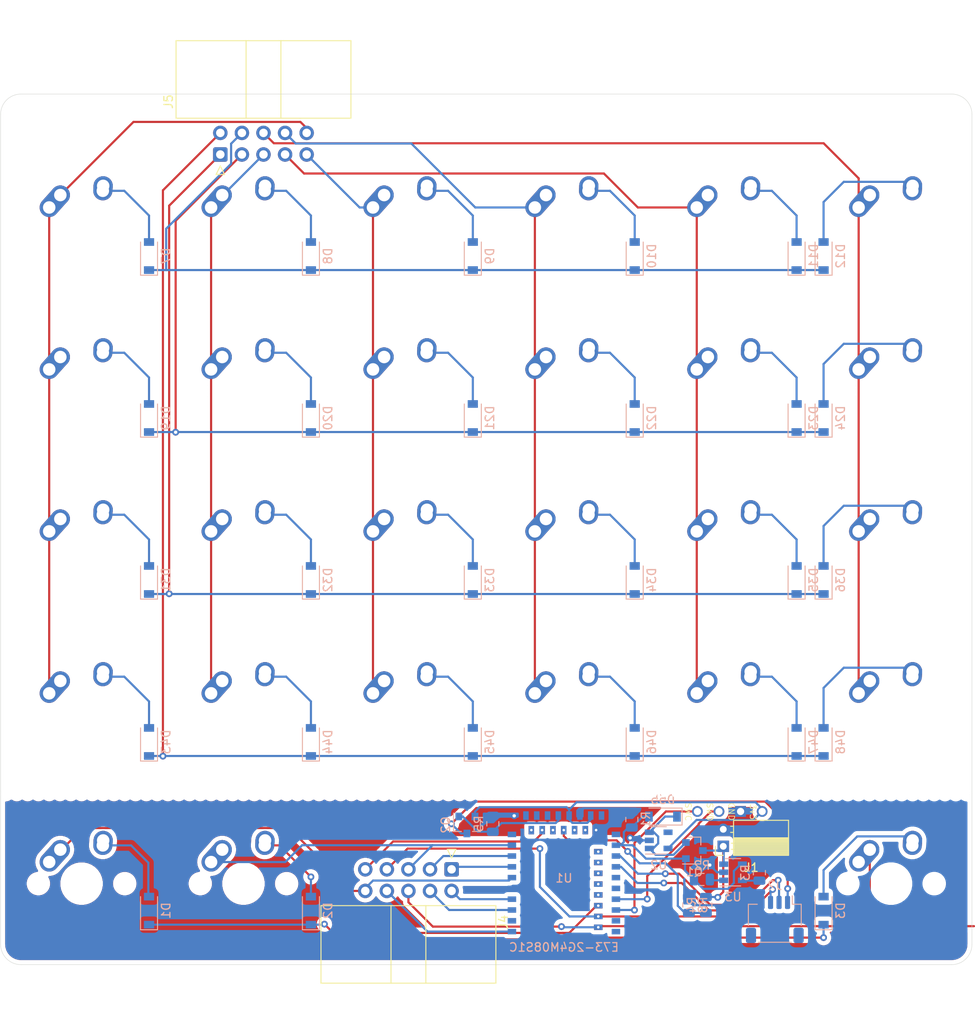
<source format=kicad_pcb>
(kicad_pcb (version 20171130) (host pcbnew "(5.1.6)-1")
  (layers (0 F.Cu signal) (31 B.Cu signal) (34 B.Paste user) (35 F.Paste user) (36 B.SilkS user) (37 F.SilkS user) (38 B.Mask user) (39 F.Mask user) (44 Edge.Cuts user))
  (net 0 "")
  (net 1 ROW3)
  (net 2 ROW2)
  (net 3 ROW1)
  (net 4 ROW0)
  (net 5 "Net-(D7-Pad2)")
  (net 6 "Net-(D8-Pad2)")
  (net 7 "Net-(D9-Pad2)")
  (net 8 "Net-(D10-Pad2)")
  (net 9 "Net-(D11-Pad2)")
  (net 10 "Net-(D12-Pad2)")
  (net 11 "Net-(D19-Pad2)")
  (net 12 "Net-(D20-Pad2)")
  (net 13 "Net-(D21-Pad2)")
  (net 14 "Net-(D22-Pad2)")
  (net 15 "Net-(D23-Pad2)")
  (net 16 "Net-(D24-Pad2)")
  (net 17 COL0)
  (net 18 COL1)
  (net 19 COL2)
  (net 20 COL3)
  (net 21 COL4)
  (net 22 COL5)
  (net 23 "Net-(D31-Pad2)")
  (net 24 "Net-(D32-Pad2)")
  (net 25 "Net-(D33-Pad2)")
  (net 26 "Net-(D34-Pad2)")
  (net 27 "Net-(D35-Pad2)")
  (net 28 "Net-(D36-Pad2)")
  (net 29 "Net-(D43-Pad2)")
  (net 30 "Net-(D44-Pad2)")
  (net 31 "Net-(D45-Pad2)")
  (net 32 "Net-(D46-Pad2)")
  (net 33 "Net-(D47-Pad2)")
  (net 34 "Net-(D48-Pad2)")
  (net 35 GND)
  (net 36 D+)
  (net 37 D-)
  (net 38 SWC)
  (net 39 SWD)
  (net 40 nRF_VDD)
  (net 41 EXT_VCC)
  (net 42 "Net-(D1-Pad2)")
  (net 43 ROW4)
  (net 44 "Net-(D2-Pad2)")
  (net 45 "Net-(D3-Pad2)")
  (net 46 VBUS)
  (net 47 "Net-(D55-Pad1)")
  (net 48 VBAT)
  (net 49 POWER_PIN)
  (net 50 "Net-(R2-Pad1)")
  (net 51 "Net-(R3-Pad2)")
  (net 52 BATTERY_PIN)
  (net 53 "Net-(U1-Pad28)")
  (net 54 "Net-(U1-Pad10)")
  (net 55 "Net-(U1-Pad33)")
  (net 56 "Net-(U1-Pad35)")
  (net 57 RESET)
  (net 58 "Net-(U1-Pad11)")
  (net 59 "Net-(U1-Pad13)")
  (net 60 PROG)
  (net 61 "Net-(U1-Pad25)")
  (net 62 "Net-(U1-Pad30)")
  (net 63 "Net-(U1-Pad32)")
  (net 64 "Net-(U1-Pad34)")
  (net 65 "Net-(U1-Pad36)")
  (net 66 "Net-(U1-Pad20)")
  (net 67 "Net-(U1-Pad22)")
  (net 68 "Net-(U2-Pad4)")
  (net 69 "Net-(U1-Pad41)")
  (net 70 "Net-(U1-Pad43)")
  (net 71 "Net-(U1-Pad12)")
  (net 72 "Net-(U1-Pad16)")
  (net 73 "Net-(U1-Pad2)")
  (module random-keyboard-parts:breakaway-mousebites (layer F.Cu) (at 96.04375 267.49375)
    (fp_text reference REF**)
    (fp_text value breakaway-mousebites)
    (pad "" np_thru_hole circle (at 0 -0.254) (size 0.7874 0.7874) (drill 0.7874) (layers *.Cu *.Mask))
    (pad "" np_thru_hole circle (at 1.27 -0.254) (size 0.7874 0.7874) (drill 0.7874) (layers *.Cu *.Mask))
    (pad "" np_thru_hole circle (at 2.54 -0.254) (size 0.7874 0.7874) (drill 0.7874) (layers *.Cu *.Mask))
    (pad "" np_thru_hole circle (at -1.27 -0.254) (size 0.7874 0.7874) (drill 0.7874) (layers *.Cu *.Mask))
    (pad "" np_thru_hole circle (at -2.54 -0.254) (size 0.7874 0.7874) (drill 0.7874) (layers *.Cu *.Mask))
  )
  (module random-keyboard-parts:breakaway-mousebites (layer F.Cu) (at 108.74375 267.49375)
    (fp_text reference REF**)
    (fp_text value breakaway-mousebites)
    (pad "" np_thru_hole circle (at -2.54 -0.254) (size 0.7874 0.7874) (drill 0.7874) (layers *.Cu *.Mask))
    (pad "" np_thru_hole circle (at -1.27 -0.254) (size 0.7874 0.7874) (drill 0.7874) (layers *.Cu *.Mask))
    (pad "" np_thru_hole circle (at 2.54 -0.254) (size 0.7874 0.7874) (drill 0.7874) (layers *.Cu *.Mask))
    (pad "" np_thru_hole circle (at 1.27 -0.254) (size 0.7874 0.7874) (drill 0.7874) (layers *.Cu *.Mask))
    (pad "" np_thru_hole circle (at 0 -0.254) (size 0.7874 0.7874) (drill 0.7874) (layers *.Cu *.Mask))
  )
  (module random-keyboard-parts:breakaway-mousebites (layer F.Cu) (at 102.39375 267.49375)
    (fp_text reference REF**)
    (fp_text value breakaway-mousebites)
    (pad "" np_thru_hole circle (at -2.54 -0.254) (size 0.7874 0.7874) (drill 0.7874) (layers *.Cu *.Mask))
    (pad "" np_thru_hole circle (at -1.27 -0.254) (size 0.7874 0.7874) (drill 0.7874) (layers *.Cu *.Mask))
    (pad "" np_thru_hole circle (at 2.54 -0.254) (size 0.7874 0.7874) (drill 0.7874) (layers *.Cu *.Mask))
    (pad "" np_thru_hole circle (at 1.27 -0.254) (size 0.7874 0.7874) (drill 0.7874) (layers *.Cu *.Mask))
    (pad "" np_thru_hole circle (at 0 -0.254) (size 0.7874 0.7874) (drill 0.7874) (layers *.Cu *.Mask))
  )
  (module random-keyboard-parts:breakaway-mousebites (layer F.Cu) (at 76.99375 267.49375)
    (fp_text reference REF**)
    (fp_text value breakaway-mousebites)
    (pad "" np_thru_hole circle (at 0 -0.254) (size 0.7874 0.7874) (drill 0.7874) (layers *.Cu *.Mask))
    (pad "" np_thru_hole circle (at 1.27 -0.254) (size 0.7874 0.7874) (drill 0.7874) (layers *.Cu *.Mask))
    (pad "" np_thru_hole circle (at 2.54 -0.254) (size 0.7874 0.7874) (drill 0.7874) (layers *.Cu *.Mask))
    (pad "" np_thru_hole circle (at -1.27 -0.254) (size 0.7874 0.7874) (drill 0.7874) (layers *.Cu *.Mask))
    (pad "" np_thru_hole circle (at -2.54 -0.254) (size 0.7874 0.7874) (drill 0.7874) (layers *.Cu *.Mask))
  )
  (module random-keyboard-parts:breakaway-mousebites (layer F.Cu) (at 89.69375 267.49375)
    (fp_text reference REF**)
    (fp_text value breakaway-mousebites)
    (pad "" np_thru_hole circle (at -2.54 -0.254) (size 0.7874 0.7874) (drill 0.7874) (layers *.Cu *.Mask))
    (pad "" np_thru_hole circle (at -1.27 -0.254) (size 0.7874 0.7874) (drill 0.7874) (layers *.Cu *.Mask))
    (pad "" np_thru_hole circle (at 2.54 -0.254) (size 0.7874 0.7874) (drill 0.7874) (layers *.Cu *.Mask))
    (pad "" np_thru_hole circle (at 1.27 -0.254) (size 0.7874 0.7874) (drill 0.7874) (layers *.Cu *.Mask))
    (pad "" np_thru_hole circle (at 0 -0.254) (size 0.7874 0.7874) (drill 0.7874) (layers *.Cu *.Mask))
  )
  (module random-keyboard-parts:breakaway-mousebites (layer F.Cu) (at 83.34375 267.49375)
    (fp_text reference REF**)
    (fp_text value breakaway-mousebites)
    (pad "" np_thru_hole circle (at -2.54 -0.254) (size 0.7874 0.7874) (drill 0.7874) (layers *.Cu *.Mask))
    (pad "" np_thru_hole circle (at -1.27 -0.254) (size 0.7874 0.7874) (drill 0.7874) (layers *.Cu *.Mask))
    (pad "" np_thru_hole circle (at 2.54 -0.254) (size 0.7874 0.7874) (drill 0.7874) (layers *.Cu *.Mask))
    (pad "" np_thru_hole circle (at 1.27 -0.254) (size 0.7874 0.7874) (drill 0.7874) (layers *.Cu *.Mask))
    (pad "" np_thru_hole circle (at 0 -0.254) (size 0.7874 0.7874) (drill 0.7874) (layers *.Cu *.Mask))
  )
  (module random-keyboard-parts:breakaway-mousebites (layer F.Cu) (at 57.94375 267.49375)
    (fp_text reference REF**)
    (fp_text value breakaway-mousebites)
    (pad "" np_thru_hole circle (at 0 -0.254) (size 0.7874 0.7874) (drill 0.7874) (layers *.Cu *.Mask))
    (pad "" np_thru_hole circle (at 1.27 -0.254) (size 0.7874 0.7874) (drill 0.7874) (layers *.Cu *.Mask))
    (pad "" np_thru_hole circle (at 2.54 -0.254) (size 0.7874 0.7874) (drill 0.7874) (layers *.Cu *.Mask))
    (pad "" np_thru_hole circle (at -1.27 -0.254) (size 0.7874 0.7874) (drill 0.7874) (layers *.Cu *.Mask))
    (pad "" np_thru_hole circle (at -2.54 -0.254) (size 0.7874 0.7874) (drill 0.7874) (layers *.Cu *.Mask))
  )
  (module random-keyboard-parts:breakaway-mousebites (layer F.Cu) (at 70.64375 267.49375)
    (fp_text reference REF**)
    (fp_text value breakaway-mousebites)
    (pad "" np_thru_hole circle (at -2.54 -0.254) (size 0.7874 0.7874) (drill 0.7874) (layers *.Cu *.Mask))
    (pad "" np_thru_hole circle (at -1.27 -0.254) (size 0.7874 0.7874) (drill 0.7874) (layers *.Cu *.Mask))
    (pad "" np_thru_hole circle (at 2.54 -0.254) (size 0.7874 0.7874) (drill 0.7874) (layers *.Cu *.Mask))
    (pad "" np_thru_hole circle (at 1.27 -0.254) (size 0.7874 0.7874) (drill 0.7874) (layers *.Cu *.Mask))
    (pad "" np_thru_hole circle (at 0 -0.254) (size 0.7874 0.7874) (drill 0.7874) (layers *.Cu *.Mask))
  )
  (module random-keyboard-parts:breakaway-mousebites (layer F.Cu) (at 64.29375 267.49375)
    (fp_text reference REF**)
    (fp_text value breakaway-mousebites)
    (pad "" np_thru_hole circle (at -2.54 -0.254) (size 0.7874 0.7874) (drill 0.7874) (layers *.Cu *.Mask))
    (pad "" np_thru_hole circle (at -1.27 -0.254) (size 0.7874 0.7874) (drill 0.7874) (layers *.Cu *.Mask))
    (pad "" np_thru_hole circle (at 2.54 -0.254) (size 0.7874 0.7874) (drill 0.7874) (layers *.Cu *.Mask))
    (pad "" np_thru_hole circle (at 1.27 -0.254) (size 0.7874 0.7874) (drill 0.7874) (layers *.Cu *.Mask))
    (pad "" np_thru_hole circle (at 0 -0.254) (size 0.7874 0.7874) (drill 0.7874) (layers *.Cu *.Mask))
  )
  (module random-keyboard-parts:breakaway-mousebites (layer F.Cu) (at 38.89375 267.49375)
    (fp_text reference REF**)
    (fp_text value breakaway-mousebites)
    (pad "" np_thru_hole circle (at 0 -0.254) (size 0.7874 0.7874) (drill 0.7874) (layers *.Cu *.Mask))
    (pad "" np_thru_hole circle (at 1.27 -0.254) (size 0.7874 0.7874) (drill 0.7874) (layers *.Cu *.Mask))
    (pad "" np_thru_hole circle (at 2.54 -0.254) (size 0.7874 0.7874) (drill 0.7874) (layers *.Cu *.Mask))
    (pad "" np_thru_hole circle (at -1.27 -0.254) (size 0.7874 0.7874) (drill 0.7874) (layers *.Cu *.Mask))
    (pad "" np_thru_hole circle (at -2.54 -0.254) (size 0.7874 0.7874) (drill 0.7874) (layers *.Cu *.Mask))
  )
  (module random-keyboard-parts:breakaway-mousebites (layer F.Cu) (at 51.59375 267.49375)
    (fp_text reference REF**)
    (fp_text value breakaway-mousebites)
    (pad "" np_thru_hole circle (at -2.54 -0.254) (size 0.7874 0.7874) (drill 0.7874) (layers *.Cu *.Mask))
    (pad "" np_thru_hole circle (at -1.27 -0.254) (size 0.7874 0.7874) (drill 0.7874) (layers *.Cu *.Mask))
    (pad "" np_thru_hole circle (at 2.54 -0.254) (size 0.7874 0.7874) (drill 0.7874) (layers *.Cu *.Mask))
    (pad "" np_thru_hole circle (at 1.27 -0.254) (size 0.7874 0.7874) (drill 0.7874) (layers *.Cu *.Mask))
    (pad "" np_thru_hole circle (at 0 -0.254) (size 0.7874 0.7874) (drill 0.7874) (layers *.Cu *.Mask))
  )
  (module random-keyboard-parts:breakaway-mousebites (layer F.Cu) (at 45.24375 267.49375)
    (fp_text reference REF**)
    (fp_text value breakaway-mousebites)
    (pad "" np_thru_hole circle (at -2.54 -0.254) (size 0.7874 0.7874) (drill 0.7874) (layers *.Cu *.Mask))
    (pad "" np_thru_hole circle (at -1.27 -0.254) (size 0.7874 0.7874) (drill 0.7874) (layers *.Cu *.Mask))
    (pad "" np_thru_hole circle (at 2.54 -0.254) (size 0.7874 0.7874) (drill 0.7874) (layers *.Cu *.Mask))
    (pad "" np_thru_hole circle (at 1.27 -0.254) (size 0.7874 0.7874) (drill 0.7874) (layers *.Cu *.Mask))
    (pad "" np_thru_hole circle (at 0 -0.254) (size 0.7874 0.7874) (drill 0.7874) (layers *.Cu *.Mask))
  )
  (module random-keyboard-parts:breakaway-mousebites (layer F.Cu) (at 19.84375 267.49375)
    (fp_text reference REF**)
    (fp_text value breakaway-mousebites)
    (pad "" np_thru_hole circle (at 0 -0.254) (size 0.7874 0.7874) (drill 0.7874) (layers *.Cu *.Mask))
    (pad "" np_thru_hole circle (at 1.27 -0.254) (size 0.7874 0.7874) (drill 0.7874) (layers *.Cu *.Mask))
    (pad "" np_thru_hole circle (at 2.54 -0.254) (size 0.7874 0.7874) (drill 0.7874) (layers *.Cu *.Mask))
    (pad "" np_thru_hole circle (at -1.27 -0.254) (size 0.7874 0.7874) (drill 0.7874) (layers *.Cu *.Mask))
    (pad "" np_thru_hole circle (at -2.54 -0.254) (size 0.7874 0.7874) (drill 0.7874) (layers *.Cu *.Mask))
  )
  (module random-keyboard-parts:breakaway-mousebites (layer F.Cu) (at 32.54375 267.49375)
    (fp_text reference REF**)
    (fp_text value breakaway-mousebites)
    (pad "" np_thru_hole circle (at -2.54 -0.254) (size 0.7874 0.7874) (drill 0.7874) (layers *.Cu *.Mask))
    (pad "" np_thru_hole circle (at -1.27 -0.254) (size 0.7874 0.7874) (drill 0.7874) (layers *.Cu *.Mask))
    (pad "" np_thru_hole circle (at 2.54 -0.254) (size 0.7874 0.7874) (drill 0.7874) (layers *.Cu *.Mask))
    (pad "" np_thru_hole circle (at 1.27 -0.254) (size 0.7874 0.7874) (drill 0.7874) (layers *.Cu *.Mask))
    (pad "" np_thru_hole circle (at 0 -0.254) (size 0.7874 0.7874) (drill 0.7874) (layers *.Cu *.Mask))
  )
  (module random-keyboard-parts:breakaway-mousebites (layer F.Cu) (at 26.19375 267.49375)
    (fp_text reference REF**)
    (fp_text value breakaway-mousebites)
    (pad "" np_thru_hole circle (at -2.54 -0.254) (size 0.7874 0.7874) (drill 0.7874) (layers *.Cu *.Mask))
    (pad "" np_thru_hole circle (at -1.27 -0.254) (size 0.7874 0.7874) (drill 0.7874) (layers *.Cu *.Mask))
    (pad "" np_thru_hole circle (at 2.54 -0.254) (size 0.7874 0.7874) (drill 0.7874) (layers *.Cu *.Mask))
    (pad "" np_thru_hole circle (at 1.27 -0.254) (size 0.7874 0.7874) (drill 0.7874) (layers *.Cu *.Mask))
    (pad "" np_thru_hole circle (at 0 -0.254) (size 0.7874 0.7874) (drill 0.7874) (layers *.Cu *.Mask))
  )
  (module random-keyboard-parts:breakaway-mousebites (layer F.Cu) (at 13.49375 267.49375)
    (fp_text reference REF**)
    (fp_text value breakaway-mousebites)
    (pad "" np_thru_hole circle (at 0 -0.254) (size 0.7874 0.7874) (drill 0.7874) (layers *.Cu *.Mask))
    (pad "" np_thru_hole circle (at 1.27 -0.254) (size 0.7874 0.7874) (drill 0.7874) (layers *.Cu *.Mask))
    (pad "" np_thru_hole circle (at 2.54 -0.254) (size 0.7874 0.7874) (drill 0.7874) (layers *.Cu *.Mask))
    (pad "" np_thru_hole circle (at -1.27 -0.254) (size 0.7874 0.7874) (drill 0.7874) (layers *.Cu *.Mask))
    (pad "" np_thru_hole circle (at -2.54 -0.254) (size 0.7874 0.7874) (drill 0.7874) (layers *.Cu *.Mask))
  )
  (module random-keyboard-parts:breakaway-mousebites (layer F.Cu) (at 7.14375 267.49375)
    (fp_text reference REF**)
    (fp_text value breakaway-mousebites)
    (pad "" np_thru_hole circle (at 0 -0.254) (size 0.7874 0.7874) (drill 0.7874) (layers *.Cu *.Mask))
    (pad "" np_thru_hole circle (at 1.27 -0.254) (size 0.7874 0.7874) (drill 0.7874) (layers *.Cu *.Mask))
    (pad "" np_thru_hole circle (at 2.54 -0.254) (size 0.7874 0.7874) (drill 0.7874) (layers *.Cu *.Mask))
    (pad "" np_thru_hole circle (at -1.27 -0.254) (size 0.7874 0.7874) (drill 0.7874) (layers *.Cu *.Mask))
    (pad "" np_thru_hole circle (at -2.54 -0.254) (size 0.7874 0.7874) (drill 0.7874) (layers *.Cu *.Mask))
  )
  (module random-keyboard-parts:breakaway-mousebites (layer F.Cu) (at 0.79375 267.49375)
    (fp_text reference REF**)
    (fp_text value breakaway-mousebites)
    (pad "" np_thru_hole circle (at -2.54 -0.254) (size 0.7874 0.7874) (drill 0.7874) (layers *.Cu *.Mask))
    (pad "" np_thru_hole circle (at -1.27 -0.254) (size 0.7874 0.7874) (drill 0.7874) (layers *.Cu *.Mask))
    (pad "" np_thru_hole circle (at 2.54 -0.254) (size 0.7874 0.7874) (drill 0.7874) (layers *.Cu *.Mask))
    (pad "" np_thru_hole circle (at 1.27 -0.254) (size 0.7874 0.7874) (drill 0.7874) (layers *.Cu *.Mask))
    (pad "" np_thru_hole circle (at 0 -0.254) (size 0.7874 0.7874) (drill 0.7874) (layers *.Cu *.Mask))
  )
  (module MX_Alps_Hybrid:MX-1U-NoLED (layer F.Cu) (at 26.19375 277.8125)
    (fp_text reference MX2)
    (fp_text value MX-NoLED)
    (pad "" np_thru_hole circle (at 5.08 0 48.0996) (size 1.75 1.75) (drill 1.75) (layers *.Cu *.Mask))
    (pad "" np_thru_hole circle (at -5.08 0 48.0996) (size 1.75 1.75) (drill 1.75) (layers *.Cu *.Mask))
    (pad 1 thru_hole circle (at -2.5 -4) (size 2.25 2.25) (drill 1.47) (layers *.Cu B.Mask) (net 18 COL1))
    (pad "" np_thru_hole circle (at 0 0) (size 3.9878 3.9878) (drill 3.9878) (layers *.Cu *.Mask))
    (pad 1 thru_hole oval (at -3.81 -2.54 48.0996) (size 4.211556 2.25) (drill 1.47 (offset 0.980778 0)) (layers *.Cu B.Mask) (net 18 COL1))
    (pad 2 thru_hole circle (at 2.54 -5.08) (size 2.25 2.25) (drill 1.47) (layers *.Cu B.Mask) (net 44 "Net-(D2-Pad2)"))
    (pad 2 thru_hole oval (at 2.5 -4.5 86.0548) (size 2.831378 2.25) (drill 1.47 (offset 0.290689 0)) (layers *.Cu B.Mask) (net 44 "Net-(D2-Pad2)"))
  )
  (module random-keyboard-parts:D_SOD-123-Pretty (layer B.Cu) (at 34.13125 280.9875 90)
    (fp_text reference D2 (at 0 2 90) (layer B.SilkS) (effects (justify mirror)))
    (fp_text value D_Small)
    (pad 1 smd rect (at -1.65 0 90) (size 0.9 1.2) (layers B.Cu B.Paste B.Mask) (net 43 ROW4))
    (pad 2 smd rect (at 1.65 0 90) (size 0.9 1.2) (layers B.Cu B.Paste B.Mask) (net 44 "Net-(D2-Pad2)"))
  )
  (module Connector_JST:JST_SH_SM04B-SRSS-TB_1x04-1MP_P1.00mm_Horizontal (layer B.Cu) (at 88.7162 282.02255 180)
    (fp_text reference J2 (at 0 3.98) (layer B.SilkS) (effects (justify mirror)))
    (fp_text value USB)
    (pad MP smd roundrect (at 2.8 -1.875 180) (size 1.2 1.8) (layers B.Cu B.Paste B.Mask) (roundrect_rratio 0.208333))
    (pad MP smd roundrect (at -2.8 -1.875 180) (size 1.2 1.8) (layers B.Cu B.Paste B.Mask) (roundrect_rratio 0.208333))
    (pad 4 smd roundrect (at 1.5 2 180) (size 0.6 1.55) (layers B.Cu B.Paste B.Mask) (net 35 GND))
    (pad 3 smd roundrect (at 0.5 2 180) (size 0.6 1.55) (layers B.Cu B.Paste B.Mask) (net 36 D+))
    (pad 2 smd roundrect (at -0.5 2 180) (size 0.6 1.55) (layers B.Cu B.Paste B.Mask) (net 37 D-))
    (pad 1 smd roundrect (at -1.5 2 180) (size 0.6 1.55) (layers B.Cu B.Paste B.Mask) (net 41 EXT_VCC))
  )
  (module MX_Alps_Hybrid:MX-1U-NoLED (layer F.Cu) (at 64.29375 257.96875)
    (fp_text reference MX46)
    (fp_text value MX-NoLED)
    (pad "" np_thru_hole circle (at 5.08 0 48.0996) (size 1.75 1.75) (drill 1.75) (layers *.Cu *.Mask))
    (pad "" np_thru_hole circle (at -5.08 0 48.0996) (size 1.75 1.75) (drill 1.75) (layers *.Cu *.Mask))
    (pad 1 thru_hole circle (at -2.5 -4) (size 2.25 2.25) (drill 1.47) (layers *.Cu B.Mask) (net 20 COL3))
    (pad "" np_thru_hole circle (at 0 0) (size 3.9878 3.9878) (drill 3.9878) (layers *.Cu *.Mask))
    (pad 1 thru_hole oval (at -3.81 -2.54 48.0996) (size 4.211556 2.25) (drill 1.47 (offset 0.980778 0)) (layers *.Cu B.Mask) (net 20 COL3))
    (pad 2 thru_hole circle (at 2.54 -5.08) (size 2.25 2.25) (drill 1.47) (layers *.Cu B.Mask) (net 32 "Net-(D46-Pad2)"))
    (pad 2 thru_hole oval (at 2.5 -4.5 86.0548) (size 2.831378 2.25) (drill 1.47 (offset 0.290689 0)) (layers *.Cu B.Mask) (net 32 "Net-(D46-Pad2)"))
  )
  (module MX_Alps_Hybrid:MX-1U-NoLED (layer F.Cu) (at 7.14375 257.96875)
    (fp_text reference MX43)
    (fp_text value MX-NoLED)
    (pad "" np_thru_hole circle (at 5.08 0 48.0996) (size 1.75 1.75) (drill 1.75) (layers *.Cu *.Mask))
    (pad "" np_thru_hole circle (at -5.08 0 48.0996) (size 1.75 1.75) (drill 1.75) (layers *.Cu *.Mask))
    (pad 1 thru_hole circle (at -2.5 -4) (size 2.25 2.25) (drill 1.47) (layers *.Cu B.Mask) (net 17 COL0))
    (pad "" np_thru_hole circle (at 0 0) (size 3.9878 3.9878) (drill 3.9878) (layers *.Cu *.Mask))
    (pad 1 thru_hole oval (at -3.81 -2.54 48.0996) (size 4.211556 2.25) (drill 1.47 (offset 0.980778 0)) (layers *.Cu B.Mask) (net 17 COL0))
    (pad 2 thru_hole circle (at 2.54 -5.08) (size 2.25 2.25) (drill 1.47) (layers *.Cu B.Mask) (net 29 "Net-(D43-Pad2)"))
    (pad 2 thru_hole oval (at 2.5 -4.5 86.0548) (size 2.831378 2.25) (drill 1.47 (offset 0.290689 0)) (layers *.Cu B.Mask) (net 29 "Net-(D43-Pad2)"))
  )
  (module Package_TO_SOT_SMD:SOT-23 (layer B.Cu) (at 52.4891 270.91335 270)
    (fp_text reference Q2 (at 0 2.5 90) (layer B.SilkS) (effects (justify mirror)))
    (fp_text value AO3407)
    (pad 1 smd rect (at -1 0.95 270) (size 0.9 0.8) (layers B.Cu B.Paste B.Mask) (net 49 POWER_PIN))
    (pad 2 smd rect (at -1 -0.95 270) (size 0.9 0.8) (layers B.Cu B.Paste B.Mask) (net 40 nRF_VDD))
    (pad 3 smd rect (at 1 0 270) (size 0.9 0.8) (layers B.Cu B.Paste B.Mask) (net 41 EXT_VCC))
  )
  (module Package_TO_SOT_SMD:SOT-23 (layer B.Cu) (at 79.2537 273.92255)
    (fp_text reference Q1 (at 0 2.5) (layer B.SilkS) (effects (justify mirror)))
    (fp_text value AO3407)
    (pad 1 smd rect (at -1 0.95) (size 0.9 0.8) (layers B.Cu B.Paste B.Mask) (net 46 VBUS))
    (pad 2 smd rect (at -1 -0.95) (size 0.9 0.8) (layers B.Cu B.Paste B.Mask) (net 47 "Net-(D55-Pad1)"))
    (pad 3 smd rect (at 1 0) (size 0.9 0.8) (layers B.Cu B.Paste B.Mask) (net 48 VBAT))
  )
  (module random-keyboard-parts:D_SOD-123-Pretty (layer B.Cu) (at 75.5537 269.92255 180)
    (fp_text reference D55 (at 0 2) (layer B.SilkS) (effects (justify mirror)))
    (fp_text value 1N5819)
    (pad 2 smd rect (at 1.65 0 180) (size 0.9 1.2) (layers B.Cu B.Paste B.Mask) (net 46 VBUS))
    (pad 1 smd rect (at -1.65 0 180) (size 0.9 1.2) (layers B.Cu B.Paste B.Mask) (net 47 "Net-(D55-Pad1)"))
  )
  (module Connector_PinSocket_2.00mm:PinSocket_1x02_P2.00mm_Horizontal (layer F.Cu) (at 82.6537 273.42255 180)
    (fp_text reference J1 (at -3.31 -2.5) (layer F.SilkS))
    (fp_text value Ex_Bat)
    (pad 1 thru_hole rect (at 0 0 180) (size 1.35 1.35) (drill 0.8) (layers *.Cu *.Mask) (net 48 VBAT))
    (pad 2 thru_hole oval (at 0 2 180) (size 1.35 1.35) (drill 0.8) (layers *.Cu *.Mask) (net 35 GND))
  )
  (module Connector_IDC:IDC-Header_2x05_P2.54mm_Horizontal (layer F.Cu) (at 50.6857 276.12975 270)
    (fp_text reference J4 (at 6.215 -6.1 90) (layer F.SilkS))
    (fp_text value Conn_02x05_Counter_Clockwise)
    (pad 1 thru_hole roundrect (at 0 0 270) (size 1.7 1.7) (drill 1) (layers *.Cu *.Mask) (roundrect_rratio 0.147059) (net 3 ROW1))
    (pad 3 thru_hole circle (at 0 2.54 270) (size 1.7 1.7) (drill 1) (layers *.Cu *.Mask) (net 2 ROW2))
    (pad 5 thru_hole circle (at 0 5.08 270) (size 1.7 1.7) (drill 1) (layers *.Cu *.Mask) (net 18 COL1))
    (pad 7 thru_hole circle (at 0 7.62 270) (size 1.7 1.7) (drill 1) (layers *.Cu *.Mask) (net 21 COL4))
    (pad 9 thru_hole circle (at 0 10.16 270) (size 1.7 1.7) (drill 1) (layers *.Cu *.Mask) (net 19 COL2))
    (pad 2 thru_hole circle (at 2.54 0 270) (size 1.7 1.7) (drill 1) (layers *.Cu *.Mask) (net 4 ROW0))
    (pad 4 thru_hole circle (at 2.54 2.54 270) (size 1.7 1.7) (drill 1) (layers *.Cu *.Mask) (net 1 ROW3))
    (pad 6 thru_hole circle (at 2.54 5.08 270) (size 1.7 1.7) (drill 1) (layers *.Cu *.Mask) (net 22 COL5))
    (pad 8 thru_hole circle (at 2.54 7.62 270) (size 1.7 1.7) (drill 1) (layers *.Cu *.Mask) (net 20 COL3))
    (pad 10 thru_hole circle (at 2.54 10.16 270) (size 1.7 1.7) (drill 1) (layers *.Cu *.Mask) (net 17 COL0))
  )
  (module nrfmicro:E73-2G4M08S1C-52840 (layer B.Cu) (at 63.9037 269.42255 270)
    (fp_text reference U1 (at 7.746775 0.000467) (layer B.SilkS) (effects (justify mirror)))
    (fp_text value E73-2G4M08S1C-52840)
    (fp_text user E73-2G4M08S1C (at 15.875 0 180) (layer B.SilkS) (effects (justify mirror)))
    (pad 28 thru_hole rect (at 4.632 -4.041 270) (size 0.65 1) (drill 0.3) (layers *.Cu *.Mask) (net 53 "Net-(U1-Pad28)"))
    (pad 10 smd rect (at 2.6 6.119 270) (size 0.65 1) (layers B.Cu B.Paste B.Mask) (net 54 "Net-(U1-Pad10)"))
    (pad 9 smd rect (at 3.87 6.119 270) (size 0.65 1) (layers B.Cu B.Paste B.Mask) (net 18 COL1))
    (pad 8 smd rect (at 5.14 6.119 270) (size 0.65 1) (layers B.Cu B.Paste B.Mask) (net 2 ROW2))
    (pad 7 smd rect (at 6.41 6.119 270) (size 0.65 1) (layers B.Cu B.Paste B.Mask) (net 3 ROW1))
    (pad 6 smd rect (at 7.68 6.119 270) (size 0.65 1) (layers B.Cu B.Paste B.Mask) (net 17 COL0))
    (pad 5 smd rect (at 8.95 6.119 270) (size 0.65 1) (layers B.Cu B.Paste B.Mask) (net 35 GND))
    (pad 4 smd rect (at 10.22 6.119 270) (size 0.65 1) (layers B.Cu B.Paste B.Mask) (net 4 ROW0))
    (pad 3 smd rect (at 11.49 6.119 270) (size 0.65 1) (layers B.Cu B.Paste B.Mask) (net 1 ROW3))
    (pad 2 smd rect (at 12.76 6.119 270) (size 0.65 1) (layers B.Cu B.Paste B.Mask) (net 73 "Net-(U1-Pad2)"))
    (pad 1 smd rect (at 14.03 6.119 270) (size 0.65 1) (layers B.Cu B.Paste B.Mask) (net 20 COL3))
    (pad 31 smd rect (at 6.41 -6.119 270) (size 0.65 1) (layers B.Cu B.Paste B.Mask) (net 36 D+))
    (pad 43 smd rect (at 14.03 -6.119 270) (size 0.65 1) (layers B.Cu B.Paste B.Mask) (net 70 "Net-(U1-Pad43)"))
    (pad 33 smd rect (at 7.68 -6.119 270) (size 0.65 1) (layers B.Cu B.Paste B.Mask) (net 55 "Net-(U1-Pad33)"))
    (pad 41 smd rect (at 12.76 -6.119 270) (size 0.65 1) (layers B.Cu B.Paste B.Mask) (net 69 "Net-(U1-Pad41)"))
    (pad 39 smd rect (at 11.49 -6.119 270) (size 0.65 1) (layers B.Cu B.Paste B.Mask) (net 38 SWC))
    (pad 37 smd rect (at 10.22 -6.119 270) (size 0.65 1) (layers B.Cu B.Paste B.Mask) (net 39 SWD))
    (pad 29 smd rect (at 5.14 -6.119 270) (size 0.65 1) (layers B.Cu B.Paste B.Mask) (net 37 D-))
    (pad 35 smd rect (at 8.95 -6.119 270) (size 0.65 1) (layers B.Cu B.Paste B.Mask) (net 56 "Net-(U1-Pad35)"))
    (pad 27 smd rect (at 3.87 -6.119 270) (size 0.65 1) (layers B.Cu B.Paste B.Mask) (net 46 VBUS))
    (pad 26 smd rect (at 2.6 -6.119 270) (size 0.65 1) (layers B.Cu B.Paste B.Mask) (net 57 RESET))
    (pad 23 smd rect (at 0.381 -3.15 180) (size 0.65 1) (layers B.Cu B.Paste B.Mask) (net 40 nRF_VDD))
    (pad 11 smd rect (at 0.381 4.47 180) (size 0.65 1) (layers B.Cu B.Paste B.Mask) (net 58 "Net-(U1-Pad11)"))
    (pad 21 smd rect (at 0.381 -1.88 180) (size 0.65 1) (layers B.Cu B.Paste B.Mask) (net 35 GND))
    (pad 13 smd rect (at 0.381 3.2 180) (size 0.65 1) (layers B.Cu B.Paste B.Mask) (net 59 "Net-(U1-Pad13)"))
    (pad 15 smd rect (at 0.381 1.93 180) (size 0.65 1) (layers B.Cu B.Paste B.Mask) (net 60 PROG))
    (pad 17 smd rect (at 0.381 0.66 180) (size 0.65 1) (layers B.Cu B.Paste B.Mask) (net 49 POWER_PIN))
    (pad 25 smd rect (at 0.381 -4.42 180) (size 0.65 1) (layers B.Cu B.Paste B.Mask) (net 61 "Net-(U1-Pad25)"))
    (pad 19 smd rect (at 0.381 -0.61 180) (size 0.65 1) (layers B.Cu B.Paste B.Mask) (net 40 nRF_VDD))
    (pad 30 thru_hole rect (at 5.902 -4.041 270) (size 0.65 1) (drill 0.3) (layers *.Cu *.Mask) (net 62 "Net-(U1-Pad30)"))
    (pad 32 thru_hole rect (at 7.172 -4.041 270) (size 0.65 1) (drill 0.3) (layers *.Cu *.Mask) (net 63 "Net-(U1-Pad32)"))
    (pad 34 thru_hole rect (at 8.442 -4.041 270) (size 0.65 1) (drill 0.3) (layers *.Cu *.Mask) (net 64 "Net-(U1-Pad34)"))
    (pad 36 thru_hole rect (at 9.712 -4.041 270) (size 0.65 1) (drill 0.3) (layers *.Cu *.Mask) (net 65 "Net-(U1-Pad36)"))
    (pad 38 thru_hole rect (at 10.982 -4.041 270) (size 0.65 1) (drill 0.3) (layers *.Cu *.Mask) (net 43 ROW4))
    (pad 40 thru_hole rect (at 12.252 -4.041 270) (size 0.65 1) (drill 0.3) (layers *.Cu *.Mask) (net 21 COL4))
    (pad 42 thru_hole rect (at 13.522 -4.041 270) (size 0.65 1) (drill 0.3) (layers *.Cu *.Mask) (net 22 COL5))
    (pad 14 thru_hole rect (at 2.092 2.563 180) (size 0.65 1) (drill 0.3) (layers *.Cu *.Mask) (net 19 COL2))
    (pad 12 thru_hole rect (at 2.092 3.833 180) (size 0.65 1) (drill 0.3) (layers *.Cu *.Mask) (net 71 "Net-(U1-Pad12)"))
    (pad 20 thru_hole rect (at 2.092 -1.247 180) (size 0.65 1) (drill 0.3) (layers *.Cu *.Mask) (net 66 "Net-(U1-Pad20)"))
    (pad 16 thru_hole rect (at 2.092 1.293 180) (size 0.65 1) (drill 0.3) (layers *.Cu *.Mask) (net 72 "Net-(U1-Pad16)"))
    (pad 22 thru_hole rect (at 2.092 -2.517 180) (size 0.65 1) (drill 0.3) (layers *.Cu *.Mask) (net 67 "Net-(U1-Pad22)"))
    (pad 24 thru_hole rect (at 2.092 -3.787 180) (size 0.65 1) (drill 0.3) (layers *.Cu *.Mask) (net 35 GND))
    (pad 18 thru_hole rect (at 2.092 0.023 180) (size 0.65 1) (drill 0.3) (layers *.Cu *.Mask) (net 52 BATTERY_PIN))
  )
  (module Package_TO_SOT_SMD:SOT-23-5 (layer B.Cu) (at 83.8037 276.47255)
    (fp_text reference U3 (at 0 2.9) (layer B.SilkS) (effects (justify mirror)))
    (fp_text value MCP73831-3-OT)
    (pad 1 smd rect (at -1.1 0.95) (size 1.06 0.65) (layers B.Cu B.Paste B.Mask) (net 50 "Net-(R2-Pad1)"))
    (pad 2 smd rect (at -1.1 0) (size 1.06 0.65) (layers B.Cu B.Paste B.Mask) (net 35 GND))
    (pad 3 smd rect (at -1.1 -0.95) (size 1.06 0.65) (layers B.Cu B.Paste B.Mask) (net 48 VBAT))
    (pad 4 smd rect (at 1.1 -0.95) (size 1.06 0.65) (layers B.Cu B.Paste B.Mask) (net 46 VBUS))
    (pad 5 smd rect (at 1.1 0.95) (size 1.06 0.65) (layers B.Cu B.Paste B.Mask) (net 51 "Net-(R3-Pad2)"))
  )
  (module Package_TO_SOT_SMD:SOT-23-5 (layer B.Cu) (at 75.0537 272.72255)
    (fp_text reference U2 (at 0 2.9) (layer B.SilkS) (effects (justify mirror)))
    (fp_text value XC6220B331MR-G)
    (pad 1 smd rect (at -1.1 0.95) (size 1.06 0.65) (layers B.Cu B.Paste B.Mask) (net 47 "Net-(D55-Pad1)"))
    (pad 2 smd rect (at -1.1 0) (size 1.06 0.65) (layers B.Cu B.Paste B.Mask) (net 35 GND))
    (pad 3 smd rect (at -1.1 -0.95) (size 1.06 0.65) (layers B.Cu B.Paste B.Mask) (net 47 "Net-(D55-Pad1)"))
    (pad 4 smd rect (at 1.1 -0.95) (size 1.06 0.65) (layers B.Cu B.Paste B.Mask) (net 68 "Net-(U2-Pad4)"))
    (pad 5 smd rect (at 1.1 0.95) (size 1.06 0.65) (layers B.Cu B.Paste B.Mask) (net 40 nRF_VDD))
  )
  (module Resistor_SMD:R_0805_2012Metric (layer B.Cu) (at 78.6037 280.32255 90)
    (fp_text reference R8 (at 0 1.65 90) (layer B.SilkS) (effects (justify mirror)))
    (fp_text value 2M)
    (pad 1 smd roundrect (at -0.9375 0 90) (size 0.975 1.4) (layers B.Cu B.Paste B.Mask) (net 52 BATTERY_PIN))
    (pad 2 smd roundrect (at 0.9375 0 90) (size 0.975 1.4) (layers B.Cu B.Paste B.Mask) (net 35 GND))
  )
  (module Resistor_SMD:R_0805_2012Metric (layer B.Cu) (at 80.6037 280.32255 270)
    (fp_text reference R4 (at 0 1.65 90) (layer B.SilkS) (effects (justify mirror)))
    (fp_text value 820K)
    (pad 1 smd roundrect (at -0.9375 0 270) (size 0.975 1.4) (layers B.Cu B.Paste B.Mask) (net 48 VBAT))
    (pad 2 smd roundrect (at 0.9375 0 270) (size 0.975 1.4) (layers B.Cu B.Paste B.Mask) (net 52 BATTERY_PIN))
  )
  (module Resistor_SMD:R_0805_2012Metric (layer B.Cu) (at 86.9037 276.52255 270)
    (fp_text reference R3 (at 0 1.65 90) (layer B.SilkS) (effects (justify mirror)))
    (fp_text value RPROG)
    (pad 1 smd roundrect (at -0.9375 0 270) (size 0.975 1.4) (layers B.Cu B.Paste B.Mask) (net 35 GND))
    (pad 2 smd roundrect (at 0.9375 0 270) (size 0.975 1.4) (layers B.Cu B.Paste B.Mask) (net 51 "Net-(R3-Pad2)"))
  )
  (module Resistor_SMD:R_0805_2012Metric (layer B.Cu) (at 80.1412 277.32255 180)
    (fp_text reference R2 (at 0 1.65) (layer B.SilkS) (effects (justify mirror)))
    (fp_text value 1k)
    (pad 1 smd roundrect (at -0.9375 0 180) (size 0.975 1.4) (layers B.Cu B.Paste B.Mask) (net 50 "Net-(R2-Pad1)"))
    (pad 2 smd roundrect (at 0.9375 0 180) (size 0.975 1.4) (layers B.Cu B.Paste B.Mask) (net 46 VBUS))
  )
  (module Resistor_SMD:R_0805_2012Metric (layer B.Cu) (at 71.8947 270.271 90)
    (fp_text reference R1 (at 0 1.65 90) (layer B.SilkS) (effects (justify mirror)))
    (fp_text value 100k)
    (pad 1 smd roundrect (at -0.9375 0 90) (size 0.975 1.4) (layers B.Cu B.Paste B.Mask) (net 46 VBUS))
    (pad 2 smd roundrect (at 0.9375 0 90) (size 0.975 1.4) (layers B.Cu B.Paste B.Mask) (net 35 GND))
  )
  (module Resistor_SMD:R_0805_2012Metric (layer B.Cu) (at 55.5371 270.77265 270)
    (fp_text reference R5 (at 0 1.65 90) (layer B.SilkS) (effects (justify mirror)))
    (fp_text value 2M)
    (pad 1 smd roundrect (at -0.9375 0 270) (size 0.975 1.4) (layers B.Cu B.Paste B.Mask) (net 35 GND))
    (pad 2 smd roundrect (at 0.9375 0 270) (size 0.975 1.4) (layers B.Cu B.Paste B.Mask) (net 49 POWER_PIN))
  )
  (module MX_Alps_Hybrid:MX-1U-NoLED (layer F.Cu) (at 7.14375 277.8125)
    (fp_text reference MX1)
    (fp_text value MX-NoLED)
    (pad 2 thru_hole oval (at 2.5 -4.5 86.0548) (size 2.831378 2.25) (drill 1.47 (offset 0.290689 0)) (layers *.Cu B.Mask) (net 42 "Net-(D1-Pad2)"))
    (pad 2 thru_hole circle (at 2.54 -5.08) (size 2.25 2.25) (drill 1.47) (layers *.Cu B.Mask) (net 42 "Net-(D1-Pad2)"))
    (pad 1 thru_hole oval (at -3.81 -2.54 48.0996) (size 4.211556 2.25) (drill 1.47 (offset 0.980778 0)) (layers *.Cu B.Mask) (net 17 COL0))
    (pad "" np_thru_hole circle (at 0 0) (size 3.9878 3.9878) (drill 3.9878) (layers *.Cu *.Mask))
    (pad 1 thru_hole circle (at -2.5 -4) (size 2.25 2.25) (drill 1.47) (layers *.Cu B.Mask) (net 17 COL0))
    (pad "" np_thru_hole circle (at -5.08 0 48.0996) (size 1.75 1.75) (drill 1.75) (layers *.Cu *.Mask))
    (pad "" np_thru_hole circle (at 5.08 0 48.0996) (size 1.75 1.75) (drill 1.75) (layers *.Cu *.Mask))
  )
  (module MX_Alps_Hybrid:MX-1U-NoLED (layer F.Cu) (at 102.39375 277.8125)
    (fp_text reference MX3)
    (fp_text value MX-NoLED)
    (pad 2 thru_hole oval (at 2.5 -4.5 86.0548) (size 2.831378 2.25) (drill 1.47 (offset 0.290689 0)) (layers *.Cu B.Mask) (net 45 "Net-(D3-Pad2)"))
    (pad 2 thru_hole circle (at 2.54 -5.08) (size 2.25 2.25) (drill 1.47) (layers *.Cu B.Mask) (net 45 "Net-(D3-Pad2)"))
    (pad 1 thru_hole oval (at -3.81 -2.54 48.0996) (size 4.211556 2.25) (drill 1.47 (offset 0.980778 0)) (layers *.Cu B.Mask) (net 22 COL5))
    (pad "" np_thru_hole circle (at 0 0) (size 3.9878 3.9878) (drill 3.9878) (layers *.Cu *.Mask))
    (pad 1 thru_hole circle (at -2.5 -4) (size 2.25 2.25) (drill 1.47) (layers *.Cu B.Mask) (net 22 COL5))
    (pad "" np_thru_hole circle (at -5.08 0 48.0996) (size 1.75 1.75) (drill 1.75) (layers *.Cu *.Mask))
    (pad "" np_thru_hole circle (at 5.08 0 48.0996) (size 1.75 1.75) (drill 1.75) (layers *.Cu *.Mask))
  )
  (module random-keyboard-parts:D_SOD-123-Pretty (layer B.Cu) (at 15.08125 280.9875 90)
    (fp_text reference D1 (at 0 2 270) (layer B.SilkS) (effects (justify mirror)))
    (fp_text value D_Small)
    (pad 2 smd rect (at 1.65 0 90) (size 0.9 1.2) (layers B.Cu B.Paste B.Mask) (net 42 "Net-(D1-Pad2)"))
    (pad 1 smd rect (at -1.65 0 90) (size 0.9 1.2) (layers B.Cu B.Paste B.Mask) (net 43 ROW4))
  )
  (module random-keyboard-parts:D_SOD-123-Pretty (layer B.Cu) (at 94.45625 280.9875 90)
    (fp_text reference D3 (at 0 2 270) (layer B.SilkS) (effects (justify mirror)))
    (fp_text value D_Small)
    (pad 2 smd rect (at 1.65 0 90) (size 0.9 1.2) (layers B.Cu B.Paste B.Mask) (net 45 "Net-(D3-Pad2)"))
    (pad 1 smd rect (at -1.65 0 90) (size 0.9 1.2) (layers B.Cu B.Paste B.Mask) (net 43 ROW4))
  )
  (module Connector_IDC:IDC-Header_2x05_P2.54mm_Horizontal (layer F.Cu) (at 23.4696 192.0494 90)
    (fp_text reference J5 (at 6.215 -6.1 90) (layer F.SilkS))
    (fp_text value Conn_02x05_Counter_Clockwise)
    (pad 10 thru_hole circle (at 2.54 10.16 90) (size 1.7 1.7) (drill 1) (layers *.Cu *.Mask) (net 17 COL0))
    (pad 8 thru_hole circle (at 2.54 7.62 90) (size 1.7 1.7) (drill 1) (layers *.Cu *.Mask) (net 20 COL3))
    (pad 6 thru_hole circle (at 2.54 5.08 90) (size 1.7 1.7) (drill 1) (layers *.Cu *.Mask) (net 22 COL5))
    (pad 4 thru_hole circle (at 2.54 2.54 90) (size 1.7 1.7) (drill 1) (layers *.Cu *.Mask) (net 1 ROW3))
    (pad 2 thru_hole circle (at 2.54 0 90) (size 1.7 1.7) (drill 1) (layers *.Cu *.Mask) (net 4 ROW0))
    (pad 9 thru_hole circle (at 0 10.16 90) (size 1.7 1.7) (drill 1) (layers *.Cu *.Mask) (net 19 COL2))
    (pad 7 thru_hole circle (at 0 7.62 90) (size 1.7 1.7) (drill 1) (layers *.Cu *.Mask) (net 21 COL4))
    (pad 5 thru_hole circle (at 0 5.08 90) (size 1.7 1.7) (drill 1) (layers *.Cu *.Mask) (net 18 COL1))
    (pad 3 thru_hole circle (at 0 2.54 90) (size 1.7 1.7) (drill 1) (layers *.Cu *.Mask) (net 2 ROW2))
    (pad 1 thru_hole roundrect (at 0 0 90) (size 1.7 1.7) (drill 1) (layers *.Cu *.Mask) (roundrect_rratio 0.147059) (net 3 ROW1))
  )
  (module nrfmicro:connector_swd (layer B.Cu) (at 87.22995 269.32255 90)
    (fp_text reference J3 hide)
    (fp_text value SWD)
    (fp_text user SWC (at -0.05 -8.704 270 unlocked) (layer F.SilkS) (effects (font (size 0.7 0.7) (thickness 0.08))))
    (fp_text user SWD (at -0.05 -6.164 270 unlocked) (layer F.SilkS) (effects (font (size 0.7 0.7) (thickness 0.08))))
    (fp_text user GND (at -0.016 -3.624 270 unlocked) (layer F.SilkS) (effects (font (size 0.7 0.7) (thickness 0.08))))
    (fp_text user 3v3 (at -0.05 -1.084 270 unlocked) (layer F.SilkS) (effects (font (size 0.7 0.7) (thickness 0.08))))
    (pad 1 thru_hole oval (at 0 0 90) (size 1.27 1.27) (drill 0.85) (layers *.Cu *.Mask) (net 40 nRF_VDD))
    (pad 2 thru_hole rect (at 0 -2.54 90) (size 1.27 1.27) (drill 0.85) (layers *.Cu *.Mask) (net 35 GND))
    (pad 3 thru_hole oval (at 0 -5.08 90) (size 1.27 1.27) (drill 0.85) (layers *.Cu *.Mask) (net 39 SWD))
    (pad 4 thru_hole oval (at 0 -7.62 90) (size 1.27 1.27) (drill 0.85) (layers *.Cu *.Mask) (net 38 SWC))
  )
  (module random-keyboard-parts:D_SOD-123-Pretty (layer B.Cu) (at 53.18125 261.14375 90)
    (fp_text reference D45 (at 0 2 -90) (layer B.SilkS) (effects (justify mirror)))
    (fp_text value D_Small)
    (pad 1 smd rect (at -1.65 0 90) (size 0.9 1.2) (layers B.Cu B.Paste B.Mask) (net 4 ROW0))
    (pad 2 smd rect (at 1.65 0 90) (size 0.9 1.2) (layers B.Cu B.Paste B.Mask) (net 31 "Net-(D45-Pad2)"))
  )
  (module random-keyboard-parts:D_SOD-123-Pretty (layer B.Cu) (at 94.45625 261.14375 90)
    (fp_text reference D48 (at 0 2 -90) (layer B.SilkS) (effects (justify mirror)))
    (fp_text value D_Small)
    (pad 1 smd rect (at -1.65 0 90) (size 0.9 1.2) (layers B.Cu B.Paste B.Mask) (net 4 ROW0))
    (pad 2 smd rect (at 1.65 0 90) (size 0.9 1.2) (layers B.Cu B.Paste B.Mask) (net 34 "Net-(D48-Pad2)"))
  )
  (module random-keyboard-parts:D_SOD-123-Pretty (layer B.Cu) (at 94.45625 242.09375 90)
    (fp_text reference D36 (at 0 2 -90) (layer B.SilkS) (effects (justify mirror)))
    (fp_text value D_Small)
    (pad 1 smd rect (at -1.65 0 90) (size 0.9 1.2) (layers B.Cu B.Paste B.Mask) (net 3 ROW1))
    (pad 2 smd rect (at 1.65 0 90) (size 0.9 1.2) (layers B.Cu B.Paste B.Mask) (net 28 "Net-(D36-Pad2)"))
  )
  (module random-keyboard-parts:D_SOD-123-Pretty (layer B.Cu) (at 94.45625 223.04375 90)
    (fp_text reference D24 (at 0 2 270) (layer B.SilkS) (effects (justify mirror)))
    (fp_text value D_Small)
    (pad 1 smd rect (at -1.65 0 90) (size 0.9 1.2) (layers B.Cu B.Paste B.Mask) (net 2 ROW2))
    (pad 2 smd rect (at 1.65 0 90) (size 0.9 1.2) (layers B.Cu B.Paste B.Mask) (net 16 "Net-(D24-Pad2)"))
  )
  (module random-keyboard-parts:D_SOD-123-Pretty (layer B.Cu) (at 94.45625 203.99375 90)
    (fp_text reference D12 (at 0 2 90) (layer B.SilkS) (effects (justify mirror)))
    (fp_text value D_Small)
    (pad 1 smd rect (at -1.65 0 90) (size 0.9 1.2) (layers B.Cu B.Paste B.Mask) (net 1 ROW3))
    (pad 2 smd rect (at 1.65 0 90) (size 0.9 1.2) (layers B.Cu B.Paste B.Mask) (net 10 "Net-(D12-Pad2)"))
  )
  (module random-keyboard-parts:D_SOD-123-Pretty (layer B.Cu) (at 91.28125 261.14375 90)
    (fp_text reference D47 (at 0 2 -90) (layer B.SilkS) (effects (justify mirror)))
    (fp_text value D_Small)
    (pad 1 smd rect (at -1.65 0 90) (size 0.9 1.2) (layers B.Cu B.Paste B.Mask) (net 4 ROW0))
    (pad 2 smd rect (at 1.65 0 90) (size 0.9 1.2) (layers B.Cu B.Paste B.Mask) (net 33 "Net-(D47-Pad2)"))
  )
  (module random-keyboard-parts:D_SOD-123-Pretty (layer B.Cu) (at 91.28125 242.09375 90)
    (fp_text reference D35 (at 0 2 270) (layer B.SilkS) (effects (justify mirror)))
    (fp_text value D_Small)
    (pad 1 smd rect (at -1.65 0 90) (size 0.9 1.2) (layers B.Cu B.Paste B.Mask) (net 3 ROW1))
    (pad 2 smd rect (at 1.65 0 90) (size 0.9 1.2) (layers B.Cu B.Paste B.Mask) (net 27 "Net-(D35-Pad2)"))
  )
  (module random-keyboard-parts:D_SOD-123-Pretty (layer B.Cu) (at 91.28125 223.04375 90)
    (fp_text reference D23 (at 0 2 -90) (layer B.SilkS) (effects (justify mirror)))
    (fp_text value D_Small)
    (pad 1 smd rect (at -1.65 0 90) (size 0.9 1.2) (layers B.Cu B.Paste B.Mask) (net 2 ROW2))
    (pad 2 smd rect (at 1.65 0 90) (size 0.9 1.2) (layers B.Cu B.Paste B.Mask) (net 15 "Net-(D23-Pad2)"))
  )
  (module random-keyboard-parts:D_SOD-123-Pretty (layer B.Cu) (at 91.28125 203.99375 90)
    (fp_text reference D11 (at 0 2 -90) (layer B.SilkS) (effects (justify mirror)))
    (fp_text value D_Small)
    (pad 1 smd rect (at -1.65 0 90) (size 0.9 1.2) (layers B.Cu B.Paste B.Mask) (net 1 ROW3))
    (pad 2 smd rect (at 1.65 0 90) (size 0.9 1.2) (layers B.Cu B.Paste B.Mask) (net 9 "Net-(D11-Pad2)"))
  )
  (module random-keyboard-parts:D_SOD-123-Pretty (layer B.Cu) (at 72.23125 261.14375 90)
    (fp_text reference D46 (at 0 2 -90) (layer B.SilkS) (effects (justify mirror)))
    (fp_text value D_Small)
    (pad 1 smd rect (at -1.65 0 90) (size 0.9 1.2) (layers B.Cu B.Paste B.Mask) (net 4 ROW0))
    (pad 2 smd rect (at 1.65 0 90) (size 0.9 1.2) (layers B.Cu B.Paste B.Mask) (net 32 "Net-(D46-Pad2)"))
  )
  (module random-keyboard-parts:D_SOD-123-Pretty (layer B.Cu) (at 72.23125 242.09375 90)
    (fp_text reference D34 (at 0 2 -90) (layer B.SilkS) (effects (justify mirror)))
    (fp_text value D_Small)
    (pad 1 smd rect (at -1.65 0 90) (size 0.9 1.2) (layers B.Cu B.Paste B.Mask) (net 3 ROW1))
    (pad 2 smd rect (at 1.65 0 90) (size 0.9 1.2) (layers B.Cu B.Paste B.Mask) (net 26 "Net-(D34-Pad2)"))
  )
  (module random-keyboard-parts:D_SOD-123-Pretty (layer B.Cu) (at 72.23125 223.04375 90)
    (fp_text reference D22 (at 0 2 -90) (layer B.SilkS) (effects (justify mirror)))
    (fp_text value D_Small)
    (pad 1 smd rect (at -1.65 0 90) (size 0.9 1.2) (layers B.Cu B.Paste B.Mask) (net 2 ROW2))
    (pad 2 smd rect (at 1.65 0 90) (size 0.9 1.2) (layers B.Cu B.Paste B.Mask) (net 14 "Net-(D22-Pad2)"))
  )
  (module random-keyboard-parts:D_SOD-123-Pretty (layer B.Cu) (at 72.23125 203.99375 90)
    (fp_text reference D10 (at 0 2 270) (layer B.SilkS) (effects (justify mirror)))
    (fp_text value D_Small)
    (pad 1 smd rect (at -1.65 0 90) (size 0.9 1.2) (layers B.Cu B.Paste B.Mask) (net 1 ROW3))
    (pad 2 smd rect (at 1.65 0 90) (size 0.9 1.2) (layers B.Cu B.Paste B.Mask) (net 8 "Net-(D10-Pad2)"))
  )
  (module random-keyboard-parts:D_SOD-123-Pretty (layer B.Cu) (at 53.18125 242.09375 90)
    (fp_text reference D33 (at 0 2 -90) (layer B.SilkS) (effects (justify mirror)))
    (fp_text value D_Small)
    (pad 1 smd rect (at -1.65 0 90) (size 0.9 1.2) (layers B.Cu B.Paste B.Mask) (net 3 ROW1))
    (pad 2 smd rect (at 1.65 0 90) (size 0.9 1.2) (layers B.Cu B.Paste B.Mask) (net 25 "Net-(D33-Pad2)"))
  )
  (module random-keyboard-parts:D_SOD-123-Pretty (layer B.Cu) (at 53.18125 223.04375 90)
    (fp_text reference D21 (at 0 2 90) (layer B.SilkS) (effects (justify mirror)))
    (fp_text value D_Small)
    (pad 1 smd rect (at -1.65 0 90) (size 0.9 1.2) (layers B.Cu B.Paste B.Mask) (net 2 ROW2))
    (pad 2 smd rect (at 1.65 0 90) (size 0.9 1.2) (layers B.Cu B.Paste B.Mask) (net 13 "Net-(D21-Pad2)"))
  )
  (module random-keyboard-parts:D_SOD-123-Pretty (layer B.Cu) (at 53.18125 203.99375 90)
    (fp_text reference D9 (at 0 2 270) (layer B.SilkS) (effects (justify mirror)))
    (fp_text value D_Small)
    (pad 1 smd rect (at -1.65 0 90) (size 0.9 1.2) (layers B.Cu B.Paste B.Mask) (net 1 ROW3))
    (pad 2 smd rect (at 1.65 0 90) (size 0.9 1.2) (layers B.Cu B.Paste B.Mask) (net 7 "Net-(D9-Pad2)"))
  )
  (module random-keyboard-parts:D_SOD-123-Pretty (layer B.Cu) (at 34.13125 261.14375 90)
    (fp_text reference D44 (at 0 2 -90) (layer B.SilkS) (effects (justify mirror)))
    (fp_text value D_Small)
    (pad 1 smd rect (at -1.65 0 90) (size 0.9 1.2) (layers B.Cu B.Paste B.Mask) (net 4 ROW0))
    (pad 2 smd rect (at 1.65 0 90) (size 0.9 1.2) (layers B.Cu B.Paste B.Mask) (net 30 "Net-(D44-Pad2)"))
  )
  (module random-keyboard-parts:D_SOD-123-Pretty (layer B.Cu) (at 34.13125 242.09375 90)
    (fp_text reference D32 (at 0 2 270) (layer B.SilkS) (effects (justify mirror)))
    (fp_text value D_Small)
    (pad 1 smd rect (at -1.65 0 90) (size 0.9 1.2) (layers B.Cu B.Paste B.Mask) (net 3 ROW1))
    (pad 2 smd rect (at 1.65 0 90) (size 0.9 1.2) (layers B.Cu B.Paste B.Mask) (net 24 "Net-(D32-Pad2)"))
  )
  (module random-keyboard-parts:D_SOD-123-Pretty (layer B.Cu) (at 34.13125 223.04375 90)
    (fp_text reference D20 (at 0 2 270) (layer B.SilkS) (effects (justify mirror)))
    (fp_text value D_Small)
    (pad 1 smd rect (at -1.65 0 90) (size 0.9 1.2) (layers B.Cu B.Paste B.Mask) (net 2 ROW2))
    (pad 2 smd rect (at 1.65 0 90) (size 0.9 1.2) (layers B.Cu B.Paste B.Mask) (net 12 "Net-(D20-Pad2)"))
  )
  (module random-keyboard-parts:D_SOD-123-Pretty (layer B.Cu) (at 34.13125 203.99375 90)
    (fp_text reference D8 (at 0 2 90) (layer B.SilkS) (effects (justify mirror)))
    (fp_text value D_Small)
    (pad 1 smd rect (at -1.65 0 90) (size 0.9 1.2) (layers B.Cu B.Paste B.Mask) (net 1 ROW3))
    (pad 2 smd rect (at 1.65 0 90) (size 0.9 1.2) (layers B.Cu B.Paste B.Mask) (net 6 "Net-(D8-Pad2)"))
  )
  (module random-keyboard-parts:D_SOD-123-Pretty (layer B.Cu) (at 15.08125 261.14375 90)
    (fp_text reference D43 (at 0 2 270) (layer B.SilkS) (effects (justify mirror)))
    (fp_text value D_Small)
    (pad 1 smd rect (at -1.65 0 90) (size 0.9 1.2) (layers B.Cu B.Paste B.Mask) (net 4 ROW0))
    (pad 2 smd rect (at 1.65 0 90) (size 0.9 1.2) (layers B.Cu B.Paste B.Mask) (net 29 "Net-(D43-Pad2)"))
  )
  (module random-keyboard-parts:D_SOD-123-Pretty (layer B.Cu) (at 15.08125 242.09375 90)
    (fp_text reference D31 (at 0 2 270) (layer B.SilkS) (effects (justify mirror)))
    (fp_text value D_Small)
    (pad 1 smd rect (at -1.65 0 90) (size 0.9 1.2) (layers B.Cu B.Paste B.Mask) (net 3 ROW1))
    (pad 2 smd rect (at 1.65 0 90) (size 0.9 1.2) (layers B.Cu B.Paste B.Mask) (net 23 "Net-(D31-Pad2)"))
  )
  (module random-keyboard-parts:D_SOD-123-Pretty (layer B.Cu) (at 15.08125 223.04375 90)
    (fp_text reference D19 (at 0 2 270) (layer B.SilkS) (effects (justify mirror)))
    (fp_text value D_Small)
    (pad 1 smd rect (at -1.65 0 90) (size 0.9 1.2) (layers B.Cu B.Paste B.Mask) (net 2 ROW2))
    (pad 2 smd rect (at 1.65 0 90) (size 0.9 1.2) (layers B.Cu B.Paste B.Mask) (net 11 "Net-(D19-Pad2)"))
  )
  (module random-keyboard-parts:D_SOD-123-Pretty (layer B.Cu) (at 15.08125 203.99375 90)
    (fp_text reference D7 (at 0 2 270) (layer B.SilkS) (effects (justify mirror)))
    (fp_text value D_Small)
    (pad 1 smd rect (at -1.65 0 90) (size 0.9 1.2) (layers B.Cu B.Paste B.Mask) (net 1 ROW3))
    (pad 2 smd rect (at 1.65 0 90) (size 0.9 1.2) (layers B.Cu B.Paste B.Mask) (net 5 "Net-(D7-Pad2)"))
  )
  (module MX_Alps_Hybrid:MX-1U-NoLED (layer F.Cu) (at 102.39375 257.96875)
    (fp_text reference MX48)
    (fp_text value MX-NoLED)
    (pad "" np_thru_hole circle (at 5.08 0 48.0996) (size 1.75 1.75) (drill 1.75) (layers *.Cu *.Mask))
    (pad "" np_thru_hole circle (at -5.08 0 48.0996) (size 1.75 1.75) (drill 1.75) (layers *.Cu *.Mask))
    (pad 1 thru_hole circle (at -2.5 -4) (size 2.25 2.25) (drill 1.47) (layers *.Cu B.Mask) (net 22 COL5))
    (pad "" np_thru_hole circle (at 0 0) (size 3.9878 3.9878) (drill 3.9878) (layers *.Cu *.Mask))
    (pad 1 thru_hole oval (at -3.81 -2.54 48.0996) (size 4.211556 2.25) (drill 1.47 (offset 0.980778 0)) (layers *.Cu B.Mask) (net 22 COL5))
    (pad 2 thru_hole circle (at 2.54 -5.08) (size 2.25 2.25) (drill 1.47) (layers *.Cu B.Mask) (net 34 "Net-(D48-Pad2)"))
    (pad 2 thru_hole oval (at 2.5 -4.5 86.0548) (size 2.831378 2.25) (drill 1.47 (offset 0.290689 0)) (layers *.Cu B.Mask) (net 34 "Net-(D48-Pad2)"))
  )
  (module MX_Alps_Hybrid:MX-1U-NoLED (layer F.Cu) (at 102.39375 238.91875)
    (fp_text reference MX36)
    (fp_text value MX-NoLED)
    (pad "" np_thru_hole circle (at 5.08 0 48.0996) (size 1.75 1.75) (drill 1.75) (layers *.Cu *.Mask))
    (pad "" np_thru_hole circle (at -5.08 0 48.0996) (size 1.75 1.75) (drill 1.75) (layers *.Cu *.Mask))
    (pad 1 thru_hole circle (at -2.5 -4) (size 2.25 2.25) (drill 1.47) (layers *.Cu B.Mask) (net 22 COL5))
    (pad "" np_thru_hole circle (at 0 0) (size 3.9878 3.9878) (drill 3.9878) (layers *.Cu *.Mask))
    (pad 1 thru_hole oval (at -3.81 -2.54 48.0996) (size 4.211556 2.25) (drill 1.47 (offset 0.980778 0)) (layers *.Cu B.Mask) (net 22 COL5))
    (pad 2 thru_hole circle (at 2.54 -5.08) (size 2.25 2.25) (drill 1.47) (layers *.Cu B.Mask) (net 28 "Net-(D36-Pad2)"))
    (pad 2 thru_hole oval (at 2.5 -4.5 86.0548) (size 2.831378 2.25) (drill 1.47 (offset 0.290689 0)) (layers *.Cu B.Mask) (net 28 "Net-(D36-Pad2)"))
  )
  (module MX_Alps_Hybrid:MX-1U-NoLED (layer F.Cu) (at 102.39375 219.86875)
    (fp_text reference MX24)
    (fp_text value MX-NoLED)
    (pad "" np_thru_hole circle (at 5.08 0 48.0996) (size 1.75 1.75) (drill 1.75) (layers *.Cu *.Mask))
    (pad "" np_thru_hole circle (at -5.08 0 48.0996) (size 1.75 1.75) (drill 1.75) (layers *.Cu *.Mask))
    (pad 1 thru_hole circle (at -2.5 -4) (size 2.25 2.25) (drill 1.47) (layers *.Cu B.Mask) (net 22 COL5))
    (pad "" np_thru_hole circle (at 0 0) (size 3.9878 3.9878) (drill 3.9878) (layers *.Cu *.Mask))
    (pad 1 thru_hole oval (at -3.81 -2.54 48.0996) (size 4.211556 2.25) (drill 1.47 (offset 0.980778 0)) (layers *.Cu B.Mask) (net 22 COL5))
    (pad 2 thru_hole circle (at 2.54 -5.08) (size 2.25 2.25) (drill 1.47) (layers *.Cu B.Mask) (net 16 "Net-(D24-Pad2)"))
    (pad 2 thru_hole oval (at 2.5 -4.5 86.0548) (size 2.831378 2.25) (drill 1.47 (offset 0.290689 0)) (layers *.Cu B.Mask) (net 16 "Net-(D24-Pad2)"))
  )
  (module MX_Alps_Hybrid:MX-1U-NoLED (layer F.Cu) (at 102.39375 200.81875)
    (fp_text reference MX12)
    (fp_text value MX-NoLED)
    (pad "" np_thru_hole circle (at 5.08 0 48.0996) (size 1.75 1.75) (drill 1.75) (layers *.Cu *.Mask))
    (pad "" np_thru_hole circle (at -5.08 0 48.0996) (size 1.75 1.75) (drill 1.75) (layers *.Cu *.Mask))
    (pad 1 thru_hole circle (at -2.5 -4) (size 2.25 2.25) (drill 1.47) (layers *.Cu B.Mask) (net 22 COL5))
    (pad "" np_thru_hole circle (at 0 0) (size 3.9878 3.9878) (drill 3.9878) (layers *.Cu *.Mask))
    (pad 1 thru_hole oval (at -3.81 -2.54 48.0996) (size 4.211556 2.25) (drill 1.47 (offset 0.980778 0)) (layers *.Cu B.Mask) (net 22 COL5))
    (pad 2 thru_hole circle (at 2.54 -5.08) (size 2.25 2.25) (drill 1.47) (layers *.Cu B.Mask) (net 10 "Net-(D12-Pad2)"))
    (pad 2 thru_hole oval (at 2.5 -4.5 86.0548) (size 2.831378 2.25) (drill 1.47 (offset 0.290689 0)) (layers *.Cu B.Mask) (net 10 "Net-(D12-Pad2)"))
  )
  (module MX_Alps_Hybrid:MX-1U-NoLED (layer F.Cu) (at 83.34375 257.96875)
    (fp_text reference MX47)
    (fp_text value MX-NoLED)
    (pad "" np_thru_hole circle (at 5.08 0 48.0996) (size 1.75 1.75) (drill 1.75) (layers *.Cu *.Mask))
    (pad "" np_thru_hole circle (at -5.08 0 48.0996) (size 1.75 1.75) (drill 1.75) (layers *.Cu *.Mask))
    (pad 1 thru_hole circle (at -2.5 -4) (size 2.25 2.25) (drill 1.47) (layers *.Cu B.Mask) (net 21 COL4))
    (pad "" np_thru_hole circle (at 0 0) (size 3.9878 3.9878) (drill 3.9878) (layers *.Cu *.Mask))
    (pad 1 thru_hole oval (at -3.81 -2.54 48.0996) (size 4.211556 2.25) (drill 1.47 (offset 0.980778 0)) (layers *.Cu B.Mask) (net 21 COL4))
    (pad 2 thru_hole circle (at 2.54 -5.08) (size 2.25 2.25) (drill 1.47) (layers *.Cu B.Mask) (net 33 "Net-(D47-Pad2)"))
    (pad 2 thru_hole oval (at 2.5 -4.5 86.0548) (size 2.831378 2.25) (drill 1.47 (offset 0.290689 0)) (layers *.Cu B.Mask) (net 33 "Net-(D47-Pad2)"))
  )
  (module MX_Alps_Hybrid:MX-1U-NoLED (layer F.Cu) (at 83.34375 238.91875)
    (fp_text reference MX35)
    (fp_text value MX-NoLED)
    (pad "" np_thru_hole circle (at 5.08 0 48.0996) (size 1.75 1.75) (drill 1.75) (layers *.Cu *.Mask))
    (pad "" np_thru_hole circle (at -5.08 0 48.0996) (size 1.75 1.75) (drill 1.75) (layers *.Cu *.Mask))
    (pad 1 thru_hole circle (at -2.5 -4) (size 2.25 2.25) (drill 1.47) (layers *.Cu B.Mask) (net 21 COL4))
    (pad "" np_thru_hole circle (at 0 0) (size 3.9878 3.9878) (drill 3.9878) (layers *.Cu *.Mask))
    (pad 1 thru_hole oval (at -3.81 -2.54 48.0996) (size 4.211556 2.25) (drill 1.47 (offset 0.980778 0)) (layers *.Cu B.Mask) (net 21 COL4))
    (pad 2 thru_hole circle (at 2.54 -5.08) (size 2.25 2.25) (drill 1.47) (layers *.Cu B.Mask) (net 27 "Net-(D35-Pad2)"))
    (pad 2 thru_hole oval (at 2.5 -4.5 86.0548) (size 2.831378 2.25) (drill 1.47 (offset 0.290689 0)) (layers *.Cu B.Mask) (net 27 "Net-(D35-Pad2)"))
  )
  (module MX_Alps_Hybrid:MX-1U-NoLED (layer F.Cu) (at 83.34375 219.86875)
    (fp_text reference MX23)
    (fp_text value MX-NoLED)
    (pad "" np_thru_hole circle (at 5.08 0 48.0996) (size 1.75 1.75) (drill 1.75) (layers *.Cu *.Mask))
    (pad "" np_thru_hole circle (at -5.08 0 48.0996) (size 1.75 1.75) (drill 1.75) (layers *.Cu *.Mask))
    (pad 1 thru_hole circle (at -2.5 -4) (size 2.25 2.25) (drill 1.47) (layers *.Cu B.Mask) (net 21 COL4))
    (pad "" np_thru_hole circle (at 0 0) (size 3.9878 3.9878) (drill 3.9878) (layers *.Cu *.Mask))
    (pad 1 thru_hole oval (at -3.81 -2.54 48.0996) (size 4.211556 2.25) (drill 1.47 (offset 0.980778 0)) (layers *.Cu B.Mask) (net 21 COL4))
    (pad 2 thru_hole circle (at 2.54 -5.08) (size 2.25 2.25) (drill 1.47) (layers *.Cu B.Mask) (net 15 "Net-(D23-Pad2)"))
    (pad 2 thru_hole oval (at 2.5 -4.5 86.0548) (size 2.831378 2.25) (drill 1.47 (offset 0.290689 0)) (layers *.Cu B.Mask) (net 15 "Net-(D23-Pad2)"))
  )
  (module MX_Alps_Hybrid:MX-1U-NoLED (layer F.Cu) (at 83.34375 200.81875)
    (fp_text reference MX11)
    (fp_text value MX-NoLED)
    (pad "" np_thru_hole circle (at 5.08 0 48.0996) (size 1.75 1.75) (drill 1.75) (layers *.Cu *.Mask))
    (pad "" np_thru_hole circle (at -5.08 0 48.0996) (size 1.75 1.75) (drill 1.75) (layers *.Cu *.Mask))
    (pad 1 thru_hole circle (at -2.5 -4) (size 2.25 2.25) (drill 1.47) (layers *.Cu B.Mask) (net 21 COL4))
    (pad "" np_thru_hole circle (at 0 0) (size 3.9878 3.9878) (drill 3.9878) (layers *.Cu *.Mask))
    (pad 1 thru_hole oval (at -3.81 -2.54 48.0996) (size 4.211556 2.25) (drill 1.47 (offset 0.980778 0)) (layers *.Cu B.Mask) (net 21 COL4))
    (pad 2 thru_hole circle (at 2.54 -5.08) (size 2.25 2.25) (drill 1.47) (layers *.Cu B.Mask) (net 9 "Net-(D11-Pad2)"))
    (pad 2 thru_hole oval (at 2.5 -4.5 86.0548) (size 2.831378 2.25) (drill 1.47 (offset 0.290689 0)) (layers *.Cu B.Mask) (net 9 "Net-(D11-Pad2)"))
  )
  (module MX_Alps_Hybrid:MX-1U-NoLED (layer F.Cu) (at 64.29375 238.91875)
    (fp_text reference MX34)
    (fp_text value MX-NoLED)
    (pad "" np_thru_hole circle (at 5.08 0 48.0996) (size 1.75 1.75) (drill 1.75) (layers *.Cu *.Mask))
    (pad "" np_thru_hole circle (at -5.08 0 48.0996) (size 1.75 1.75) (drill 1.75) (layers *.Cu *.Mask))
    (pad 1 thru_hole circle (at -2.5 -4) (size 2.25 2.25) (drill 1.47) (layers *.Cu B.Mask) (net 20 COL3))
    (pad "" np_thru_hole circle (at 0 0) (size 3.9878 3.9878) (drill 3.9878) (layers *.Cu *.Mask))
    (pad 1 thru_hole oval (at -3.81 -2.54 48.0996) (size 4.211556 2.25) (drill 1.47 (offset 0.980778 0)) (layers *.Cu B.Mask) (net 20 COL3))
    (pad 2 thru_hole circle (at 2.54 -5.08) (size 2.25 2.25) (drill 1.47) (layers *.Cu B.Mask) (net 26 "Net-(D34-Pad2)"))
    (pad 2 thru_hole oval (at 2.5 -4.5 86.0548) (size 2.831378 2.25) (drill 1.47 (offset 0.290689 0)) (layers *.Cu B.Mask) (net 26 "Net-(D34-Pad2)"))
  )
  (module MX_Alps_Hybrid:MX-1U-NoLED (layer F.Cu) (at 64.29375 219.86875)
    (fp_text reference MX22)
    (fp_text value MX-NoLED)
    (pad "" np_thru_hole circle (at 5.08 0 48.0996) (size 1.75 1.75) (drill 1.75) (layers *.Cu *.Mask))
    (pad "" np_thru_hole circle (at -5.08 0 48.0996) (size 1.75 1.75) (drill 1.75) (layers *.Cu *.Mask))
    (pad 1 thru_hole circle (at -2.5 -4) (size 2.25 2.25) (drill 1.47) (layers *.Cu B.Mask) (net 20 COL3))
    (pad "" np_thru_hole circle (at 0 0) (size 3.9878 3.9878) (drill 3.9878) (layers *.Cu *.Mask))
    (pad 1 thru_hole oval (at -3.81 -2.54 48.0996) (size 4.211556 2.25) (drill 1.47 (offset 0.980778 0)) (layers *.Cu B.Mask) (net 20 COL3))
    (pad 2 thru_hole circle (at 2.54 -5.08) (size 2.25 2.25) (drill 1.47) (layers *.Cu B.Mask) (net 14 "Net-(D22-Pad2)"))
    (pad 2 thru_hole oval (at 2.5 -4.5 86.0548) (size 2.831378 2.25) (drill 1.47 (offset 0.290689 0)) (layers *.Cu B.Mask) (net 14 "Net-(D22-Pad2)"))
  )
  (module MX_Alps_Hybrid:MX-1U-NoLED (layer F.Cu) (at 64.29375 200.81875)
    (fp_text reference MX10)
    (fp_text value MX-NoLED)
    (pad "" np_thru_hole circle (at 5.08 0 48.0996) (size 1.75 1.75) (drill 1.75) (layers *.Cu *.Mask))
    (pad "" np_thru_hole circle (at -5.08 0 48.0996) (size 1.75 1.75) (drill 1.75) (layers *.Cu *.Mask))
    (pad 1 thru_hole circle (at -2.5 -4) (size 2.25 2.25) (drill 1.47) (layers *.Cu B.Mask) (net 20 COL3))
    (pad "" np_thru_hole circle (at 0 0) (size 3.9878 3.9878) (drill 3.9878) (layers *.Cu *.Mask))
    (pad 1 thru_hole oval (at -3.81 -2.54 48.0996) (size 4.211556 2.25) (drill 1.47 (offset 0.980778 0)) (layers *.Cu B.Mask) (net 20 COL3))
    (pad 2 thru_hole circle (at 2.54 -5.08) (size 2.25 2.25) (drill 1.47) (layers *.Cu B.Mask) (net 8 "Net-(D10-Pad2)"))
    (pad 2 thru_hole oval (at 2.5 -4.5 86.0548) (size 2.831378 2.25) (drill 1.47 (offset 0.290689 0)) (layers *.Cu B.Mask) (net 8 "Net-(D10-Pad2)"))
  )
  (module MX_Alps_Hybrid:MX-1U-NoLED (layer F.Cu) (at 45.24375 257.96875)
    (fp_text reference MX45)
    (fp_text value MX-NoLED)
    (pad "" np_thru_hole circle (at 5.08 0 48.0996) (size 1.75 1.75) (drill 1.75) (layers *.Cu *.Mask))
    (pad "" np_thru_hole circle (at -5.08 0 48.0996) (size 1.75 1.75) (drill 1.75) (layers *.Cu *.Mask))
    (pad 1 thru_hole circle (at -2.5 -4) (size 2.25 2.25) (drill 1.47) (layers *.Cu B.Mask) (net 19 COL2))
    (pad "" np_thru_hole circle (at 0 0) (size 3.9878 3.9878) (drill 3.9878) (layers *.Cu *.Mask))
    (pad 1 thru_hole oval (at -3.81 -2.54 48.0996) (size 4.211556 2.25) (drill 1.47 (offset 0.980778 0)) (layers *.Cu B.Mask) (net 19 COL2))
    (pad 2 thru_hole circle (at 2.54 -5.08) (size 2.25 2.25) (drill 1.47) (layers *.Cu B.Mask) (net 31 "Net-(D45-Pad2)"))
    (pad 2 thru_hole oval (at 2.5 -4.5 86.0548) (size 2.831378 2.25) (drill 1.47 (offset 0.290689 0)) (layers *.Cu B.Mask) (net 31 "Net-(D45-Pad2)"))
  )
  (module MX_Alps_Hybrid:MX-1U-NoLED (layer F.Cu) (at 45.24375 238.91875)
    (fp_text reference MX33)
    (fp_text value MX-NoLED)
    (pad "" np_thru_hole circle (at 5.08 0 48.0996) (size 1.75 1.75) (drill 1.75) (layers *.Cu *.Mask))
    (pad "" np_thru_hole circle (at -5.08 0 48.0996) (size 1.75 1.75) (drill 1.75) (layers *.Cu *.Mask))
    (pad 1 thru_hole circle (at -2.5 -4) (size 2.25 2.25) (drill 1.47) (layers *.Cu B.Mask) (net 19 COL2))
    (pad "" np_thru_hole circle (at 0 0) (size 3.9878 3.9878) (drill 3.9878) (layers *.Cu *.Mask))
    (pad 1 thru_hole oval (at -3.81 -2.54 48.0996) (size 4.211556 2.25) (drill 1.47 (offset 0.980778 0)) (layers *.Cu B.Mask) (net 19 COL2))
    (pad 2 thru_hole circle (at 2.54 -5.08) (size 2.25 2.25) (drill 1.47) (layers *.Cu B.Mask) (net 25 "Net-(D33-Pad2)"))
    (pad 2 thru_hole oval (at 2.5 -4.5 86.0548) (size 2.831378 2.25) (drill 1.47 (offset 0.290689 0)) (layers *.Cu B.Mask) (net 25 "Net-(D33-Pad2)"))
  )
  (module MX_Alps_Hybrid:MX-1U-NoLED (layer F.Cu) (at 45.24375 219.86875)
    (fp_text reference MX21)
    (fp_text value MX-NoLED)
    (pad "" np_thru_hole circle (at 5.08 0 48.0996) (size 1.75 1.75) (drill 1.75) (layers *.Cu *.Mask))
    (pad "" np_thru_hole circle (at -5.08 0 48.0996) (size 1.75 1.75) (drill 1.75) (layers *.Cu *.Mask))
    (pad 1 thru_hole circle (at -2.5 -4) (size 2.25 2.25) (drill 1.47) (layers *.Cu B.Mask) (net 19 COL2))
    (pad "" np_thru_hole circle (at 0 0) (size 3.9878 3.9878) (drill 3.9878) (layers *.Cu *.Mask))
    (pad 1 thru_hole oval (at -3.81 -2.54 48.0996) (size 4.211556 2.25) (drill 1.47 (offset 0.980778 0)) (layers *.Cu B.Mask) (net 19 COL2))
    (pad 2 thru_hole circle (at 2.54 -5.08) (size 2.25 2.25) (drill 1.47) (layers *.Cu B.Mask) (net 13 "Net-(D21-Pad2)"))
    (pad 2 thru_hole oval (at 2.5 -4.5 86.0548) (size 2.831378 2.25) (drill 1.47 (offset 0.290689 0)) (layers *.Cu B.Mask) (net 13 "Net-(D21-Pad2)"))
  )
  (module MX_Alps_Hybrid:MX-1U-NoLED (layer F.Cu) (at 45.24375 200.81875)
    (fp_text reference MX9)
    (fp_text value MX-NoLED)
    (pad "" np_thru_hole circle (at 5.08 0 48.0996) (size 1.75 1.75) (drill 1.75) (layers *.Cu *.Mask))
    (pad "" np_thru_hole circle (at -5.08 0 48.0996) (size 1.75 1.75) (drill 1.75) (layers *.Cu *.Mask))
    (pad 1 thru_hole circle (at -2.5 -4) (size 2.25 2.25) (drill 1.47) (layers *.Cu B.Mask) (net 19 COL2))
    (pad "" np_thru_hole circle (at 0 0) (size 3.9878 3.9878) (drill 3.9878) (layers *.Cu *.Mask))
    (pad 1 thru_hole oval (at -3.81 -2.54 48.0996) (size 4.211556 2.25) (drill 1.47 (offset 0.980778 0)) (layers *.Cu B.Mask) (net 19 COL2))
    (pad 2 thru_hole circle (at 2.54 -5.08) (size 2.25 2.25) (drill 1.47) (layers *.Cu B.Mask) (net 7 "Net-(D9-Pad2)"))
    (pad 2 thru_hole oval (at 2.5 -4.5 86.0548) (size 2.831378 2.25) (drill 1.47 (offset 0.290689 0)) (layers *.Cu B.Mask) (net 7 "Net-(D9-Pad2)"))
  )
  (module MX_Alps_Hybrid:MX-1U-NoLED (layer F.Cu) (at 26.19375 257.96875)
    (fp_text reference MX44)
    (fp_text value MX-NoLED)
    (pad "" np_thru_hole circle (at 5.08 0 48.0996) (size 1.75 1.75) (drill 1.75) (layers *.Cu *.Mask))
    (pad "" np_thru_hole circle (at -5.08 0 48.0996) (size 1.75 1.75) (drill 1.75) (layers *.Cu *.Mask))
    (pad 1 thru_hole circle (at -2.5 -4) (size 2.25 2.25) (drill 1.47) (layers *.Cu B.Mask) (net 18 COL1))
    (pad "" np_thru_hole circle (at 0 0) (size 3.9878 3.9878) (drill 3.9878) (layers *.Cu *.Mask))
    (pad 1 thru_hole oval (at -3.81 -2.54 48.0996) (size 4.211556 2.25) (drill 1.47 (offset 0.980778 0)) (layers *.Cu B.Mask) (net 18 COL1))
    (pad 2 thru_hole circle (at 2.54 -5.08) (size 2.25 2.25) (drill 1.47) (layers *.Cu B.Mask) (net 30 "Net-(D44-Pad2)"))
    (pad 2 thru_hole oval (at 2.5 -4.5 86.0548) (size 2.831378 2.25) (drill 1.47 (offset 0.290689 0)) (layers *.Cu B.Mask) (net 30 "Net-(D44-Pad2)"))
  )
  (module MX_Alps_Hybrid:MX-1U-NoLED (layer F.Cu) (at 26.19375 238.91875)
    (fp_text reference MX32)
    (fp_text value MX-NoLED)
    (pad "" np_thru_hole circle (at 5.08 0 48.0996) (size 1.75 1.75) (drill 1.75) (layers *.Cu *.Mask))
    (pad "" np_thru_hole circle (at -5.08 0 48.0996) (size 1.75 1.75) (drill 1.75) (layers *.Cu *.Mask))
    (pad 1 thru_hole circle (at -2.5 -4) (size 2.25 2.25) (drill 1.47) (layers *.Cu B.Mask) (net 18 COL1))
    (pad "" np_thru_hole circle (at 0 0) (size 3.9878 3.9878) (drill 3.9878) (layers *.Cu *.Mask))
    (pad 1 thru_hole oval (at -3.81 -2.54 48.0996) (size 4.211556 2.25) (drill 1.47 (offset 0.980778 0)) (layers *.Cu B.Mask) (net 18 COL1))
    (pad 2 thru_hole circle (at 2.54 -5.08) (size 2.25 2.25) (drill 1.47) (layers *.Cu B.Mask) (net 24 "Net-(D32-Pad2)"))
    (pad 2 thru_hole oval (at 2.5 -4.5 86.0548) (size 2.831378 2.25) (drill 1.47 (offset 0.290689 0)) (layers *.Cu B.Mask) (net 24 "Net-(D32-Pad2)"))
  )
  (module MX_Alps_Hybrid:MX-1U-NoLED (layer F.Cu) (at 26.19375 219.86875)
    (fp_text reference MX20)
    (fp_text value MX-NoLED)
    (pad "" np_thru_hole circle (at 5.08 0 48.0996) (size 1.75 1.75) (drill 1.75) (layers *.Cu *.Mask))
    (pad "" np_thru_hole circle (at -5.08 0 48.0996) (size 1.75 1.75) (drill 1.75) (layers *.Cu *.Mask))
    (pad 1 thru_hole circle (at -2.5 -4) (size 2.25 2.25) (drill 1.47) (layers *.Cu B.Mask) (net 18 COL1))
    (pad "" np_thru_hole circle (at 0 0) (size 3.9878 3.9878) (drill 3.9878) (layers *.Cu *.Mask))
    (pad 1 thru_hole oval (at -3.81 -2.54 48.0996) (size 4.211556 2.25) (drill 1.47 (offset 0.980778 0)) (layers *.Cu B.Mask) (net 18 COL1))
    (pad 2 thru_hole circle (at 2.54 -5.08) (size 2.25 2.25) (drill 1.47) (layers *.Cu B.Mask) (net 12 "Net-(D20-Pad2)"))
    (pad 2 thru_hole oval (at 2.5 -4.5 86.0548) (size 2.831378 2.25) (drill 1.47 (offset 0.290689 0)) (layers *.Cu B.Mask) (net 12 "Net-(D20-Pad2)"))
  )
  (module MX_Alps_Hybrid:MX-1U-NoLED (layer F.Cu) (at 26.19375 200.81875)
    (fp_text reference MX8)
    (fp_text value MX-NoLED)
    (pad "" np_thru_hole circle (at 5.08 0 48.0996) (size 1.75 1.75) (drill 1.75) (layers *.Cu *.Mask))
    (pad "" np_thru_hole circle (at -5.08 0 48.0996) (size 1.75 1.75) (drill 1.75) (layers *.Cu *.Mask))
    (pad 1 thru_hole circle (at -2.5 -4) (size 2.25 2.25) (drill 1.47) (layers *.Cu B.Mask) (net 18 COL1))
    (pad "" np_thru_hole circle (at 0 0) (size 3.9878 3.9878) (drill 3.9878) (layers *.Cu *.Mask))
    (pad 1 thru_hole oval (at -3.81 -2.54 48.0996) (size 4.211556 2.25) (drill 1.47 (offset 0.980778 0)) (layers *.Cu B.Mask) (net 18 COL1))
    (pad 2 thru_hole circle (at 2.54 -5.08) (size 2.25 2.25) (drill 1.47) (layers *.Cu B.Mask) (net 6 "Net-(D8-Pad2)"))
    (pad 2 thru_hole oval (at 2.5 -4.5 86.0548) (size 2.831378 2.25) (drill 1.47 (offset 0.290689 0)) (layers *.Cu B.Mask) (net 6 "Net-(D8-Pad2)"))
  )
  (module MX_Alps_Hybrid:MX-1U-NoLED (layer F.Cu) (at 7.14375 238.91875)
    (fp_text reference MX31)
    (fp_text value MX-NoLED)
    (pad "" np_thru_hole circle (at 5.08 0 48.0996) (size 1.75 1.75) (drill 1.75) (layers *.Cu *.Mask))
    (pad "" np_thru_hole circle (at -5.08 0 48.0996) (size 1.75 1.75) (drill 1.75) (layers *.Cu *.Mask))
    (pad 1 thru_hole circle (at -2.5 -4) (size 2.25 2.25) (drill 1.47) (layers *.Cu B.Mask) (net 17 COL0))
    (pad "" np_thru_hole circle (at 0 0) (size 3.9878 3.9878) (drill 3.9878) (layers *.Cu *.Mask))
    (pad 1 thru_hole oval (at -3.81 -2.54 48.0996) (size 4.211556 2.25) (drill 1.47 (offset 0.980778 0)) (layers *.Cu B.Mask) (net 17 COL0))
    (pad 2 thru_hole circle (at 2.54 -5.08) (size 2.25 2.25) (drill 1.47) (layers *.Cu B.Mask) (net 23 "Net-(D31-Pad2)"))
    (pad 2 thru_hole oval (at 2.5 -4.5 86.0548) (size 2.831378 2.25) (drill 1.47 (offset 0.290689 0)) (layers *.Cu B.Mask) (net 23 "Net-(D31-Pad2)"))
  )
  (module MX_Alps_Hybrid:MX-1U-NoLED (layer F.Cu) (at 7.14375 219.86875)
    (fp_text reference MX19)
    (fp_text value MX-NoLED)
    (pad "" np_thru_hole circle (at 5.08 0 48.0996) (size 1.75 1.75) (drill 1.75) (layers *.Cu *.Mask))
    (pad "" np_thru_hole circle (at -5.08 0 48.0996) (size 1.75 1.75) (drill 1.75) (layers *.Cu *.Mask))
    (pad 1 thru_hole circle (at -2.5 -4) (size 2.25 2.25) (drill 1.47) (layers *.Cu B.Mask) (net 17 COL0))
    (pad "" np_thru_hole circle (at 0 0) (size 3.9878 3.9878) (drill 3.9878) (layers *.Cu *.Mask))
    (pad 1 thru_hole oval (at -3.81 -2.54 48.0996) (size 4.211556 2.25) (drill 1.47 (offset 0.980778 0)) (layers *.Cu B.Mask) (net 17 COL0))
    (pad 2 thru_hole circle (at 2.54 -5.08) (size 2.25 2.25) (drill 1.47) (layers *.Cu B.Mask) (net 11 "Net-(D19-Pad2)"))
    (pad 2 thru_hole oval (at 2.5 -4.5 86.0548) (size 2.831378 2.25) (drill 1.47 (offset 0.290689 0)) (layers *.Cu B.Mask) (net 11 "Net-(D19-Pad2)"))
  )
  (module MX_Alps_Hybrid:MX-1U-NoLED (layer F.Cu) (at 7.14375 200.81875)
    (fp_text reference MX7)
    (fp_text value MX-NoLED)
    (pad 2 thru_hole oval (at 2.5 -4.5 86.0548) (size 2.831378 2.25) (drill 1.47 (offset 0.290689 0)) (layers *.Cu B.Mask) (net 5 "Net-(D7-Pad2)"))
    (pad 2 thru_hole circle (at 2.54 -5.08) (size 2.25 2.25) (drill 1.47) (layers *.Cu B.Mask) (net 5 "Net-(D7-Pad2)"))
    (pad 1 thru_hole oval (at -3.81 -2.54 48.0996) (size 4.211556 2.25) (drill 1.47 (offset 0.980778 0)) (layers *.Cu B.Mask) (net 17 COL0))
    (pad "" np_thru_hole circle (at 0 0) (size 3.9878 3.9878) (drill 3.9878) (layers *.Cu *.Mask))
    (pad 1 thru_hole circle (at -2.5 -4) (size 2.25 2.25) (drill 1.47) (layers *.Cu B.Mask) (net 17 COL0))
    (pad "" np_thru_hole circle (at -5.08 0 48.0996) (size 1.75 1.75) (drill 1.75) (layers *.Cu *.Mask))
    (pad "" np_thru_hole circle (at 5.08 0 48.0996) (size 1.75 1.75) (drill 1.75) (layers *.Cu *.Mask))
  )
  (gr_line (start 111.91875 187.325) (end 111.91875 284.95625) (layer Edge.Cuts) (width 0.05))
  (gr_line (start -2.38125 187.325) (end -2.38125 284.95625) (layer Edge.Cuts) (width 0.05))
  (gr_line (start 0 287.3375) (end 109.5375 287.3375) (layer Edge.Cuts) (width 0.05))
  (gr_line (start 109.5375 184.94375) (end 0 184.94375) (layer Edge.Cuts) (width 0.05))
  (gr_arc (start 109.5375 284.95625) (end 109.5375 287.3375) (angle -90) (layer Edge.Cuts) (width 0.05))
  (gr_arc (start 109.5375 187.325) (end 111.91875 187.325) (angle -90) (layer Edge.Cuts) (width 0.05))
  (gr_arc (start 0 187.325) (end 0 184.94375) (angle -90) (layer Edge.Cuts) (width 0.05))
  (gr_arc (start 0 284.95625) (end -2.38125 284.95625) (angle -90) (layer Edge.Cuts) (width 0.05))
  (segment (start 57.7847 280.91255) (end 50.3885 280.91255) (width 0.25) (layer B.Cu) (net 1))
  (segment (start 50.3885 280.91255) (end 48.1457 278.66975) (width 0.25) (layer B.Cu) (net 1))
  (segment (start 17.09955 205.64375) (end 17.09955 200.78165) (width 0.25) (layer B.Cu) (net 1))
  (segment (start 17.09955 205.64375) (end 15.08125 205.64375) (width 0.25) (layer B.Cu) (net 1))
  (segment (start 94.45625 205.64375) (end 17.09955 205.64375) (width 0.25) (layer B.Cu) (net 1))
  (segment (start 17.09955 200.78165) (end 24.7396 193.1416) (width 0.25) (layer B.Cu) (net 1))
  (segment (start 24.7396 190.7794) (end 26.0096 189.5094) (width 0.25) (layer B.Cu) (net 1))
  (segment (start 24.7396 193.1416) (end 24.7396 190.7794) (width 0.25) (layer B.Cu) (net 1))
  (segment (start 49.7129 274.56255) (end 48.1457 276.12975) (width 0.25) (layer B.Cu) (net 2))
  (segment (start 57.7847 274.56255) (end 49.7129 274.56255) (width 0.25) (layer B.Cu) (net 2))
  (via (at 18.2118 224.7138) (size 0.8) (drill 0.4) (layers F.Cu B.Cu) (net 2))
  (segment (start 17.88695 224.69375) (end 18.19175 224.69375) (width 0.25) (layer B.Cu) (net 2))
  (segment (start 18.19175 224.69375) (end 18.2118 224.7138) (width 0.25) (layer B.Cu) (net 2))
  (segment (start 17.88695 224.69375) (end 94.45625 224.69375) (width 0.25) (layer B.Cu) (net 2))
  (segment (start 15.08125 224.69375) (end 17.88695 224.69375) (width 0.25) (layer B.Cu) (net 2))
  (segment (start 18.2118 199.8472) (end 26.0096 192.0494) (width 0.25) (layer F.Cu) (net 2))
  (segment (start 18.2118 224.7138) (end 18.2118 199.8472) (width 0.25) (layer F.Cu) (net 2))
  (segment (start 50.9829 275.83255) (end 50.6857 276.12975) (width 0.25) (layer B.Cu) (net 3))
  (segment (start 57.7847 275.83255) (end 50.9829 275.83255) (width 0.25) (layer B.Cu) (net 3))
  (segment (start 17.41905 243.74375) (end 17.4498 243.713) (width 0.25) (layer B.Cu) (net 3))
  (segment (start 17.36825 243.74375) (end 15.08125 243.74375) (width 0.25) (layer B.Cu) (net 3))
  (via (at 17.4498 243.713) (size 0.8) (drill 0.4) (layers F.Cu B.Cu) (net 3))
  (segment (start 17.36825 243.74375) (end 17.41905 243.74375) (width 0.25) (layer B.Cu) (net 3))
  (segment (start 94.45625 243.74375) (end 17.36825 243.74375) (width 0.25) (layer B.Cu) (net 3))
  (segment (start 17.4498 198.0692) (end 23.4696 192.0494) (width 0.25) (layer F.Cu) (net 3))
  (segment (start 17.4498 243.713) (end 17.4498 198.0692) (width 0.25) (layer F.Cu) (net 3))
  (segment (start 51.6585 279.64255) (end 50.6857 278.66975) (width 0.25) (layer B.Cu) (net 4))
  (segment (start 57.7847 279.64255) (end 51.6585 279.64255) (width 0.25) (layer B.Cu) (net 4))
  (segment (start 16.65705 262.79375) (end 16.69315 262.79375) (width 0.25) (layer B.Cu) (net 4))
  (segment (start 16.65705 262.79375) (end 94.45625 262.79375) (width 0.25) (layer B.Cu) (net 4))
  (via (at 16.7132 262.8138) (size 0.8) (drill 0.4) (layers F.Cu B.Cu) (net 4))
  (segment (start 16.69315 262.79375) (end 16.7132 262.8138) (width 0.25) (layer B.Cu) (net 4))
  (segment (start 15.08125 262.79375) (end 16.65705 262.79375) (width 0.25) (layer B.Cu) (net 4))
  (segment (start 16.7132 196.2658) (end 23.4696 189.5094) (width 0.25) (layer F.Cu) (net 4))
  (segment (start 16.7132 262.8138) (end 16.7132 196.2658) (width 0.25) (layer F.Cu) (net 4))
  (segment (start 15.08125 199.23125) (end 15.08125 202.34375) (width 0.25) (layer B.Cu) (net 5))
  (segment (start 12.16875 196.31875) (end 15.08125 199.23125) (width 0.25) (layer B.Cu) (net 5))
  (segment (start 9.64375 196.31875) (end 12.16875 196.31875) (width 0.25) (layer B.Cu) (net 5))
  (segment (start 34.13125 199.23125) (end 34.13125 202.34375) (width 0.25) (layer B.Cu) (net 6))
  (segment (start 31.21875 196.31875) (end 34.13125 199.23125) (width 0.25) (layer B.Cu) (net 6))
  (segment (start 28.69375 196.31875) (end 31.21875 196.31875) (width 0.25) (layer B.Cu) (net 6))
  (segment (start 53.18125 199.23125) (end 53.18125 202.34375) (width 0.25) (layer B.Cu) (net 7))
  (segment (start 50.26875 196.31875) (end 53.18125 199.23125) (width 0.25) (layer B.Cu) (net 7))
  (segment (start 47.74375 196.31875) (end 50.26875 196.31875) (width 0.25) (layer B.Cu) (net 7))
  (segment (start 72.23125 199.23125) (end 72.23125 202.34375) (width 0.25) (layer B.Cu) (net 8))
  (segment (start 69.31875 196.31875) (end 72.23125 199.23125) (width 0.25) (layer B.Cu) (net 8))
  (segment (start 66.79375 196.31875) (end 69.31875 196.31875) (width 0.25) (layer B.Cu) (net 8))
  (segment (start 91.28125 199.23125) (end 91.28125 202.34375) (width 0.25) (layer B.Cu) (net 9))
  (segment (start 88.36875 196.31875) (end 91.28125 199.23125) (width 0.25) (layer B.Cu) (net 9))
  (segment (start 85.84375 196.31875) (end 88.36875 196.31875) (width 0.25) (layer B.Cu) (net 9))
  (segment (start 96.8375 195.2625) (end 94.45625 197.64375) (width 0.25) (layer B.Cu) (net 10))
  (segment (start 104.775 195.2625) (end 96.8375 195.2625) (width 0.25) (layer B.Cu) (net 10))
  (segment (start 94.45625 197.64375) (end 94.45625 202.34375) (width 0.25) (layer B.Cu) (net 10))
  (segment (start 15.08125 218.28125) (end 15.08125 221.39375) (width 0.25) (layer B.Cu) (net 11))
  (segment (start 12.16875 215.36875) (end 15.08125 218.28125) (width 0.25) (layer B.Cu) (net 11))
  (segment (start 9.64375 215.36875) (end 12.16875 215.36875) (width 0.25) (layer B.Cu) (net 11))
  (segment (start 34.13125 218.28125) (end 34.13125 221.39375) (width 0.25) (layer B.Cu) (net 12))
  (segment (start 31.21875 215.36875) (end 34.13125 218.28125) (width 0.25) (layer B.Cu) (net 12))
  (segment (start 28.69375 215.36875) (end 31.21875 215.36875) (width 0.25) (layer B.Cu) (net 12))
  (segment (start 53.18125 218.28125) (end 53.18125 221.39375) (width 0.25) (layer B.Cu) (net 13))
  (segment (start 50.26875 215.36875) (end 53.18125 218.28125) (width 0.25) (layer B.Cu) (net 13))
  (segment (start 47.74375 215.36875) (end 50.26875 215.36875) (width 0.25) (layer B.Cu) (net 13))
  (segment (start 72.23125 218.28125) (end 72.23125 221.39375) (width 0.25) (layer B.Cu) (net 14))
  (segment (start 69.31875 215.36875) (end 72.23125 218.28125) (width 0.25) (layer B.Cu) (net 14))
  (segment (start 66.79375 215.36875) (end 69.31875 215.36875) (width 0.25) (layer B.Cu) (net 14))
  (segment (start 91.28125 218.28125) (end 91.28125 221.39375) (width 0.25) (layer B.Cu) (net 15))
  (segment (start 88.36875 215.36875) (end 91.28125 218.28125) (width 0.25) (layer B.Cu) (net 15))
  (segment (start 85.84375 215.36875) (end 88.36875 215.36875) (width 0.25) (layer B.Cu) (net 15))
  (segment (start 96.8375 214.3125) (end 94.45625 216.69375) (width 0.25) (layer B.Cu) (net 16))
  (segment (start 104.775 214.3125) (end 96.8375 214.3125) (width 0.25) (layer B.Cu) (net 16))
  (segment (start 94.45625 216.69375) (end 94.45625 221.39375) (width 0.25) (layer B.Cu) (net 16))
  (segment (start 41.4401 277.45055) (end 57.4367 277.45055) (width 0.25) (layer B.Cu) (net 17))
  (segment (start 40.5257 278.66975) (end 40.5257 278.36495) (width 0.25) (layer B.Cu) (net 17))
  (segment (start 57.4367 277.45055) (end 57.7847 277.10255) (width 0.25) (layer B.Cu) (net 17))
  (segment (start 40.5257 278.36495) (end 41.4401 277.45055) (width 0.25) (layer B.Cu) (net 17))
  (segment (start 3.33375 255.42875) (end 3.33375 198.27875) (width 0.25) (layer F.Cu) (net 17))
  (segment (start 33.6296 189.5094) (end 33.6296 188.9506) (width 0.25) (layer F.Cu) (net 17))
  (segment (start 33.6296 188.9506) (end 32.893 188.214) (width 0.25) (layer F.Cu) (net 17))
  (segment (start 13.2485 188.214) (end 4.64375 196.81875) (width 0.25) (layer F.Cu) (net 17))
  (segment (start 32.893 188.214) (end 13.2485 188.214) (width 0.25) (layer F.Cu) (net 17))
  (segment (start 38.95725 278.66975) (end 40.5257 278.66975) (width 0.25) (layer F.Cu) (net 17))
  (segment (start 3.33375 275.2725) (end 7.333 271.27325) (width 0.25) (layer F.Cu) (net 17))
  (segment (start 31.56075 271.27325) (end 38.95725 278.66975) (width 0.25) (layer F.Cu) (net 17))
  (segment (start 7.333 271.27325) (end 31.56075 271.27325) (width 0.25) (layer F.Cu) (net 17))
  (segment (start 48.4429 273.29255) (end 45.6057 276.12975) (width 0.25) (layer B.Cu) (net 18))
  (segment (start 57.7847 273.29255) (end 48.4429 273.29255) (width 0.25) (layer B.Cu) (net 18))
  (segment (start 22.38375 198.27875) (end 22.38375 255.42875) (width 0.25) (layer F.Cu) (net 18))
  (segment (start 22.38375 198.21525) (end 28.5496 192.0494) (width 0.25) (layer B.Cu) (net 18))
  (segment (start 22.38375 198.27875) (end 22.38375 198.21525) (width 0.25) (layer B.Cu) (net 18))
  (segment (start 48.4429 273.29255) (end 33.09495 273.29255) (width 0.25) (layer B.Cu) (net 18))
  (segment (start 31.115 275.2725) (end 22.38375 275.2725) (width 0.25) (layer B.Cu) (net 18))
  (segment (start 33.09495 273.29255) (end 31.115 275.2725) (width 0.25) (layer B.Cu) (net 18))
  (segment (start 43.8023 272.85315) (end 40.5257 276.12975) (width 0.25) (layer F.Cu) (net 19))
  (segment (start 60.3631 272.85315) (end 43.8023 272.85315) (width 0.25) (layer F.Cu) (net 19))
  (segment (start 61.3407 271.51455) (end 61.3407 271.87555) (width 0.25) (layer F.Cu) (net 19))
  (segment (start 61.3407 271.87555) (end 60.3631 272.85315) (width 0.25) (layer F.Cu) (net 19))
  (segment (start 41.43375 255.42875) (end 41.43375 198.27875) (width 0.25) (layer F.Cu) (net 19))
  (segment (start 39.85895 198.27875) (end 33.6296 192.0494) (width 0.25) (layer B.Cu) (net 19))
  (segment (start 41.43375 198.27875) (end 39.85895 198.27875) (width 0.25) (layer B.Cu) (net 19))
  (segment (start 57.7847 283.45255) (end 47.8485 283.45255) (width 0.25) (layer B.Cu) (net 20))
  (segment (start 47.8485 283.45255) (end 43.0657 278.66975) (width 0.25) (layer B.Cu) (net 20))
  (segment (start 43.0657 278.66975) (end 43.0657 279.02535) (width 0.25) (layer B.Cu) (net 20))
  (segment (start 60.48375 198.27875) (end 60.48375 255.42875) (width 0.25) (layer F.Cu) (net 20))
  (segment (start 60.48375 198.27875) (end 53.47335 198.27875) (width 0.25) (layer B.Cu) (net 20))
  (segment (start 53.47335 198.27875) (end 45.9486 190.754) (width 0.25) (layer B.Cu) (net 20))
  (segment (start 32.3342 190.754) (end 31.0896 189.5094) (width 0.25) (layer B.Cu) (net 20))
  (segment (start 45.9486 190.754) (end 32.3342 190.754) (width 0.25) (layer B.Cu) (net 20))
  (segment (start 45.5041 273.69135) (end 43.0657 276.12975) (width 0.25) (layer F.Cu) (net 21))
  (segment (start 61.0743 273.69135) (end 45.5041 273.69135) (width 0.25) (layer F.Cu) (net 21))
  (segment (start 79.53375 255.42875) (end 79.53375 198.27875) (width 0.25) (layer F.Cu) (net 21))
  (segment (start 79.53375 198.27875) (end 72.59955 198.27875) (width 0.25) (layer F.Cu) (net 21))
  (segment (start 72.59955 198.27875) (end 68.6054 194.2846) (width 0.25) (layer F.Cu) (net 21))
  (segment (start 33.3248 194.2846) (end 31.0896 192.0494) (width 0.25) (layer F.Cu) (net 21))
  (segment (start 68.6054 194.2846) (end 33.3248 194.2846) (width 0.25) (layer F.Cu) (net 21))
  (segment (start 67.9447 281.67455) (end 93.4517 281.67455) (width 0.25) (layer F.Cu) (net 21))
  (segment (start 67.9447 281.67455) (end 64.55535 281.67455) (width 0.25) (layer B.Cu) (net 21))
  (via (at 61.0743 273.69135) (size 0.8) (drill 0.4) (layers F.Cu B.Cu) (net 21))
  (segment (start 64.55535 281.67455) (end 61.0743 278.1935) (width 0.25) (layer B.Cu) (net 21))
  (segment (start 61.0743 278.1935) (end 61.0743 273.69135) (width 0.25) (layer B.Cu) (net 21))
  (segment (start 98.58375 275.2725) (end 98.58375 274.0025) (width 0.25) (layer F.Cu) (net 22))
  (segment (start 98.58375 198.27875) (end 98.58375 255.42875) (width 0.25) (layer F.Cu) (net 22))
  (segment (start 98.58375 198.27875) (end 98.58375 194.84975) (width 0.25) (layer F.Cu) (net 22))
  (segment (start 98.58375 194.84975) (end 94.4626 190.7286) (width 0.25) (layer F.Cu) (net 22))
  (segment (start 29.7688 190.7286) (end 28.5496 189.5094) (width 0.25) (layer F.Cu) (net 22))
  (segment (start 94.4626 190.7286) (end 29.7688 190.7286) (width 0.25) (layer F.Cu) (net 22))
  (segment (start 68.07295 282.8163) (end 67.9447 282.94455) (width 0.25) (layer F.Cu) (net 22))
  (segment (start 45.6057 278.66975) (end 45.6057 279.9969) (width 0.25) (layer F.Cu) (net 22))
  (via (at 63.6143 282.8671) (size 0.8) (drill 0.4) (layers F.Cu B.Cu) (net 22))
  (segment (start 45.6057 279.9969) (end 48.4759 282.8671) (width 0.25) (layer F.Cu) (net 22))
  (segment (start 48.4759 282.8671) (end 63.6143 282.8671) (width 0.25) (layer F.Cu) (net 22))
  (segment (start 63.69175 282.94455) (end 63.6143 282.8671) (width 0.25) (layer B.Cu) (net 22))
  (segment (start 67.9447 282.94455) (end 63.69175 282.94455) (width 0.25) (layer B.Cu) (net 22))
  (segment (start 96.5962 282.8163) (end 68.07295 282.8163) (width 0.25) (layer F.Cu) (net 22))
  (segment (start 112.1537 282.8163) (end 96.5962 282.8163) (width 0.25) (layer F.Cu) (net 22))
  (segment (start 99.89375 279.51875) (end 99.89375 273.8125) (width 0.25) (layer F.Cu) (net 22))
  (segment (start 96.5962 282.8163) (end 99.89375 279.51875) (width 0.25) (layer F.Cu) (net 22))
  (segment (start 15.08125 237.33125) (end 15.08125 240.44375) (width 0.25) (layer B.Cu) (net 23))
  (segment (start 12.16875 234.41875) (end 15.08125 237.33125) (width 0.25) (layer B.Cu) (net 23))
  (segment (start 9.64375 234.41875) (end 12.16875 234.41875) (width 0.25) (layer B.Cu) (net 23))
  (segment (start 34.13125 237.33125) (end 34.13125 240.44375) (width 0.25) (layer B.Cu) (net 24))
  (segment (start 31.21875 234.41875) (end 34.13125 237.33125) (width 0.25) (layer B.Cu) (net 24))
  (segment (start 28.69375 234.41875) (end 31.21875 234.41875) (width 0.25) (layer B.Cu) (net 24))
  (segment (start 53.18125 237.33125) (end 53.18125 240.44375) (width 0.25) (layer B.Cu) (net 25))
  (segment (start 50.26875 234.41875) (end 53.18125 237.33125) (width 0.25) (layer B.Cu) (net 25))
  (segment (start 47.74375 234.41875) (end 50.26875 234.41875) (width 0.25) (layer B.Cu) (net 25))
  (segment (start 72.23125 237.33125) (end 72.23125 240.44375) (width 0.25) (layer B.Cu) (net 26))
  (segment (start 69.31875 234.41875) (end 72.23125 237.33125) (width 0.25) (layer B.Cu) (net 26))
  (segment (start 66.79375 234.41875) (end 69.31875 234.41875) (width 0.25) (layer B.Cu) (net 26))
  (segment (start 91.28125 237.33125) (end 91.28125 240.44375) (width 0.25) (layer B.Cu) (net 27))
  (segment (start 88.36875 234.41875) (end 91.28125 237.33125) (width 0.25) (layer B.Cu) (net 27))
  (segment (start 85.84375 234.41875) (end 88.36875 234.41875) (width 0.25) (layer B.Cu) (net 27))
  (segment (start 96.8375 233.3625) (end 94.45625 235.74375) (width 0.25) (layer B.Cu) (net 28))
  (segment (start 104.775 233.3625) (end 96.8375 233.3625) (width 0.25) (layer B.Cu) (net 28))
  (segment (start 94.45625 235.74375) (end 94.45625 240.44375) (width 0.25) (layer B.Cu) (net 28))
  (segment (start 15.08125 256.38125) (end 15.08125 259.49375) (width 0.25) (layer B.Cu) (net 29))
  (segment (start 12.16875 253.46875) (end 15.08125 256.38125) (width 0.25) (layer B.Cu) (net 29))
  (segment (start 9.64375 253.46875) (end 12.16875 253.46875) (width 0.25) (layer B.Cu) (net 29))
  (segment (start 34.13125 256.38125) (end 34.13125 259.49375) (width 0.25) (layer B.Cu) (net 30))
  (segment (start 31.21875 253.46875) (end 34.13125 256.38125) (width 0.25) (layer B.Cu) (net 30))
  (segment (start 28.69375 253.46875) (end 31.21875 253.46875) (width 0.25) (layer B.Cu) (net 30))
  (segment (start 53.18125 256.38125) (end 53.18125 259.49375) (width 0.25) (layer B.Cu) (net 31))
  (segment (start 50.26875 253.46875) (end 53.18125 256.38125) (width 0.25) (layer B.Cu) (net 31))
  (segment (start 47.74375 253.46875) (end 50.26875 253.46875) (width 0.25) (layer B.Cu) (net 31))
  (segment (start 72.23125 256.38125) (end 72.23125 259.49375) (width 0.25) (layer B.Cu) (net 32))
  (segment (start 69.31875 253.46875) (end 72.23125 256.38125) (width 0.25) (layer B.Cu) (net 32))
  (segment (start 66.79375 253.46875) (end 69.31875 253.46875) (width 0.25) (layer B.Cu) (net 32))
  (segment (start 85.84375 253.46875) (end 88.36875 253.46875) (width 0.25) (layer B.Cu) (net 33))
  (segment (start 88.36875 253.46875) (end 91.28125 256.38125) (width 0.25) (layer B.Cu) (net 33))
  (segment (start 91.28125 256.38125) (end 91.28125 259.49375) (width 0.25) (layer B.Cu) (net 33))
  (segment (start 104.89375 253.46875) (end 104.89375 252.53125) (width 0.25) (layer B.Cu) (net 34))
  (segment (start 104.89375 252.53125) (end 104.775 252.4125) (width 0.25) (layer B.Cu) (net 34))
  (segment (start 104.775 252.4125) (end 96.8375 252.4125) (width 0.25) (layer B.Cu) (net 34))
  (segment (start 94.45625 254.79375) (end 94.45625 259.49375) (width 0.25) (layer B.Cu) (net 34))
  (segment (start 96.8375 252.4125) (end 94.45625 254.79375) (width 0.25) (layer B.Cu) (net 34))
  (segment (start 82.28885 271.01805) (end 82.26885 271.01805) (width 0.25) (layer F.Cu) (net 35))
  (segment (start 67.61885 271.89905) (end 67.61885 271.56805) (width 0.25) (layer B.Cu) (net 35))
  (segment (start 67.61885 271.89905) (end 67.61885 271.36805) (width 0.25) (layer B.Cu) (net 35))
  (segment (start 65.7837 269.80355) (end 65.7837 269.3185) (width 0.25) (layer B.Cu) (net 35))
  (segment (start 65.7837 269.3185) (end 66.1543 268.9479) (width 0.25) (layer B.Cu) (net 35))
  (segment (start 71.5091 268.9479) (end 71.8947 269.3335) (width 0.25) (layer B.Cu) (net 35))
  (segment (start 66.1543 268.9479) (end 71.5091 268.9479) (width 0.25) (layer B.Cu) (net 35))
  (via (at 71.6915 272.4277) (size 0.8) (drill 0.4) (layers F.Cu B.Cu) (net 35))
  (segment (start 73.9537 272.72255) (end 71.98635 272.72255) (width 0.25) (layer B.Cu) (net 35))
  (segment (start 71.98635 272.72255) (end 71.6915 272.4277) (width 0.25) (layer B.Cu) (net 35))
  (via (at 58.0517 269.8369) (size 0.8) (drill 0.4) (layers F.Cu B.Cu) (net 35))
  (segment (start 55.5371 269.83515) (end 58.04995 269.83515) (width 0.25) (layer B.Cu) (net 35))
  (segment (start 58.04995 269.83515) (end 58.0517 269.8369) (width 0.25) (layer B.Cu) (net 35))
  (segment (start 86.9037 275.58505) (end 87.42185 275.58505) (width 0.25) (layer B.Cu) (net 35))
  (segment (start 78.6037 279.38505) (end 78.6037 279.8479) (width 0.25) (layer B.Cu) (net 35))
  (segment (start 78.6037 279.8479) (end 79.1083 280.3525) (width 0.25) (layer B.Cu) (net 35))
  (segment (start 86.88625 280.3525) (end 87.2162 280.02255) (width 0.25) (layer B.Cu) (net 35))
  (segment (start 79.1083 280.3525) (end 86.88625 280.3525) (width 0.25) (layer B.Cu) (net 35))
  (via (at 81.0641 275.6281) (size 0.8) (drill 0.4) (layers F.Cu B.Cu) (net 35))
  (segment (start 82.7037 276.47255) (end 81.90855 276.47255) (width 0.25) (layer B.Cu) (net 35))
  (segment (start 81.90855 276.47255) (end 81.0641 275.6281) (width 0.25) (layer B.Cu) (net 35))
  (segment (start 70.0227 275.83255) (end 70.62595 275.83255) (width 0.25) (layer B.Cu) (net 36))
  (segment (start 70.62595 275.83255) (end 72.5297 277.7363) (width 0.25) (layer B.Cu) (net 36))
  (via (at 75.6539 277.7363) (size 0.8) (drill 0.4) (layers F.Cu B.Cu) (net 36))
  (segment (start 72.5297 277.7363) (end 75.6539 277.7363) (width 0.25) (layer B.Cu) (net 36))
  (segment (start 75.6539 277.7363) (end 77.7621 277.7363) (width 0.25) (layer F.Cu) (net 36))
  (segment (start 77.7621 277.7363) (end 80.9879 280.9621) (width 0.25) (layer F.Cu) (net 36))
  (via (at 88.4555 278.4983) (size 0.8) (drill 0.4) (layers F.Cu B.Cu) (net 36))
  (segment (start 80.9879 280.9621) (end 85.9917 280.9621) (width 0.25) (layer F.Cu) (net 36))
  (segment (start 85.9917 280.9621) (end 88.4555 278.4983) (width 0.25) (layer F.Cu) (net 36))
  (segment (start 88.2162 278.7376) (end 88.2162 280.02255) (width 0.25) (layer B.Cu) (net 36))
  (segment (start 88.4555 278.4983) (end 88.2162 278.7376) (width 0.25) (layer B.Cu) (net 36))
  (segment (start 70.0227 274.56255) (end 70.52435 274.56255) (width 0.25) (layer B.Cu) (net 37))
  (via (at 75.8317 276.6441) (size 0.8) (drill 0.4) (layers F.Cu B.Cu) (net 37))
  (segment (start 70.52435 274.56255) (end 72.6059 276.6441) (width 0.25) (layer B.Cu) (net 37))
  (segment (start 72.6059 276.6441) (end 75.8317 276.6441) (width 0.25) (layer B.Cu) (net 37))
  (segment (start 75.8317 276.6441) (end 77.4573 276.6441) (width 0.25) (layer F.Cu) (net 37))
  (segment (start 77.4573 276.6441) (end 81.1149 280.3017) (width 0.25) (layer F.Cu) (net 37))
  (segment (start 81.1149 280.3017) (end 85.5853 280.3017) (width 0.25) (layer F.Cu) (net 37))
  (via (at 89.1159 277.4061) (size 0.8) (drill 0.4) (layers F.Cu B.Cu) (net 37))
  (segment (start 85.5853 280.3017) (end 88.4809 277.4061) (width 0.25) (layer F.Cu) (net 37))
  (segment (start 88.4809 277.4061) (end 89.1159 277.4061) (width 0.25) (layer F.Cu) (net 37))
  (segment (start 89.2162 277.5064) (end 89.1159 277.4061) (width 0.25) (layer B.Cu) (net 37))
  (segment (start 89.2162 280.02255) (end 89.2162 277.5064) (width 0.25) (layer B.Cu) (net 37))
  (segment (start 72.2037 273.02255) (end 72.2037 280.92255) (width 0.25) (layer F.Cu) (net 38))
  (via (at 72.2037 280.92255) (size 0.8) (drill 0.4) (layers F.Cu B.Cu) (net 38))
  (segment (start 70.0227 280.91255) (end 72.1937 280.91255) (width 0.25) (layer B.Cu) (net 38))
  (segment (start 72.1937 280.91255) (end 72.2037 280.92255) (width 0.25) (layer B.Cu) (net 38))
  (segment (start 75.9037 269.32255) (end 72.2037 273.02255) (width 0.25) (layer F.Cu) (net 38))
  (segment (start 79.60995 269.32255) (end 75.9037 269.32255) (width 0.25) (layer F.Cu) (net 38))
  (segment (start 73.6837 279.64255) (end 73.7037 279.62255) (width 0.25) (layer B.Cu) (net 39))
  (segment (start 70.0227 279.64255) (end 73.6837 279.64255) (width 0.25) (layer B.Cu) (net 39))
  (via (at 73.7037 279.62255) (size 0.8) (drill 0.4) (layers F.Cu B.Cu) (net 39))
  (segment (start 73.7037 276.92255) (end 73.7037 279.62255) (width 0.25) (layer F.Cu) (net 39))
  (segment (start 79.7687 270.85755) (end 73.7037 276.92255) (width 0.25) (layer F.Cu) (net 39))
  (segment (start 82.14995 269.32255) (end 81.19745 269.32255) (width 0.25) (layer F.Cu) (net 39))
  (segment (start 79.7687 270.7513) (end 79.7687 270.85755) (width 0.25) (layer F.Cu) (net 39))
  (segment (start 81.19745 269.32255) (end 79.7687 270.7513) (width 0.25) (layer F.Cu) (net 39))
  (segment (start 76.1537 273.47255) (end 76.1537 273.67255) (width 0.25) (layer B.Cu) (net 40))
  (segment (start 64.9037 270.67255) (end 66.6537 270.67255) (width 0.25) (layer B.Cu) (net 40))
  (segment (start 66.6537 270.67255) (end 67.0537 270.27255) (width 0.25) (layer B.Cu) (net 40))
  (segment (start 64.5137 270.28255) (end 64.9037 270.67255) (width 0.25) (layer B.Cu) (net 40))
  (segment (start 76.1537 273.67255) (end 76.1537 273.5027) (width 0.25) (layer B.Cu) (net 40))
  (segment (start 79.10035 270.7259) (end 76.1537 273.67255) (width 0.25) (layer B.Cu) (net 40))
  (segment (start 64.5137 269.80355) (end 64.5137 269.4709) (width 0.25) (layer B.Cu) (net 40))
  (segment (start 87.22995 269.32255) (end 87.19185 269.32255) (width 0.25) (layer B.Cu) (net 40))
  (segment (start 87.19185 269.32255) (end 86.1949 270.3195) (width 0.25) (layer B.Cu) (net 40))
  (segment (start 79.50675 270.3195) (end 79.10035 270.7259) (width 0.25) (layer B.Cu) (net 40))
  (segment (start 86.1949 270.3195) (end 79.50675 270.3195) (width 0.25) (layer B.Cu) (net 40))
  (segment (start 64.5137 269.80355) (end 64.5137 269.1153) (width 0.25) (layer B.Cu) (net 40))
  (segment (start 64.5137 269.1153) (end 65.1637 268.4653) (width 0.25) (layer B.Cu) (net 40))
  (segment (start 53.4391 269.91335) (end 53.4391 269.3441) (width 0.25) (layer B.Cu) (net 40))
  (segment (start 53.4391 269.3441) (end 53.9623 268.8209) (width 0.25) (layer B.Cu) (net 40))
  (segment (start 64.2193 268.8209) (end 64.5137 269.1153) (width 0.25) (layer B.Cu) (net 40))
  (segment (start 53.9623 268.8209) (end 64.2193 268.8209) (width 0.25) (layer B.Cu) (net 40))
  (segment (start 87.22995 269.32255) (end 87.22995 269.01775) (width 0.25) (layer B.Cu) (net 40))
  (segment (start 87.22995 269.01775) (end 86.4489 268.2367) (width 0.25) (layer B.Cu) (net 40))
  (segment (start 65.3923 268.2367) (end 65.1637 268.4653) (width 0.25) (layer B.Cu) (net 40))
  (segment (start 86.4489 268.2367) (end 65.3923 268.2367) (width 0.25) (layer B.Cu) (net 40))
  (via (at 50.6603 270.7767) (size 0.8) (drill 0.4) (layers F.Cu B.Cu) (net 41))
  (segment (start 52.4891 271.91335) (end 51.79695 271.91335) (width 0.25) (layer B.Cu) (net 41))
  (segment (start 51.79695 271.91335) (end 50.6603 270.7767) (width 0.25) (layer B.Cu) (net 41))
  (segment (start 50.6603 270.7767) (end 53.2765 268.1605) (width 0.25) (layer F.Cu) (net 41))
  (segment (start 53.2765 268.1605) (end 87.5919 268.1605) (width 0.25) (layer F.Cu) (net 41))
  (via (at 90.2335 278.3967) (size 0.8) (drill 0.4) (layers F.Cu B.Cu) (net 41))
  (segment (start 87.5919 268.1605) (end 90.2335 270.8021) (width 0.25) (layer F.Cu) (net 41))
  (segment (start 90.2335 270.8021) (end 90.2335 278.3967) (width 0.25) (layer F.Cu) (net 41))
  (segment (start 90.2335 280.00525) (end 90.2162 280.02255) (width 0.25) (layer B.Cu) (net 41))
  (segment (start 90.2335 278.3967) (end 90.2335 280.00525) (width 0.25) (layer B.Cu) (net 41))
  (segment (start 9.64375 273.3125) (end 12.9625 273.3125) (width 0.25) (layer B.Cu) (net 42))
  (segment (start 12.9625 273.3125) (end 15 275.35) (width 0.25) (layer B.Cu) (net 42))
  (segment (start 15 275.35) (end 15 279.4) (width 0.25) (layer B.Cu) (net 42))
  (segment (start 63.73495 283.61005) (end 64.5287 283.61005) (width 0.25) (layer F.Cu) (net 43))
  (segment (start 67.7342 280.40455) (end 67.9447 280.40455) (width 0.25) (layer F.Cu) (net 43))
  (segment (start 64.5287 283.61005) (end 67.7342 280.40455) (width 0.25) (layer F.Cu) (net 43))
  (via (at 35.71875 282.575) (size 0.8) (drill 0.4) (layers F.Cu B.Cu) (net 43))
  (segment (start 63.73495 283.61005) (end 36.7538 283.61005) (width 0.25) (layer F.Cu) (net 43))
  (segment (start 36.7538 283.61005) (end 35.71875 282.575) (width 0.25) (layer F.Cu) (net 43))
  (segment (start 35.65625 282.6375) (end 34.13125 282.6375) (width 0.25) (layer B.Cu) (net 43))
  (segment (start 35.71875 282.575) (end 35.65625 282.6375) (width 0.25) (layer B.Cu) (net 43))
  (via (at 94.45625 284.1625) (size 0.8) (drill 0.4) (layers F.Cu B.Cu) (net 43))
  (segment (start 94.45625 282.6375) (end 94.45625 284.1625) (width 0.25) (layer B.Cu) (net 43))
  (segment (start 64.5287 283.61005) (end 64.53505 283.61005) (width 0.25) (layer F.Cu) (net 43))
  (segment (start 65.0875 284.1625) (end 94.45625 284.1625) (width 0.25) (layer F.Cu) (net 43))
  (segment (start 64.53505 283.61005) (end 65.0875 284.1625) (width 0.25) (layer F.Cu) (net 43))
  (segment (start 34.13125 282.6375) (end 15.08125 282.6375) (width 0.25) (layer B.Cu) (net 43))
  (via (at 34.13125 277.01875) (size 0.8) (drill 0.4) (layers F.Cu B.Cu) (net 44))
  (segment (start 28.69375 273.3125) (end 30.425 273.3125) (width 0.25) (layer F.Cu) (net 44))
  (segment (start 30.425 273.3125) (end 34.13125 277.01875) (width 0.25) (layer F.Cu) (net 44))
  (segment (start 34.13125 277.01875) (end 34.13125 279.3375) (width 0.25) (layer B.Cu) (net 44))
  (segment (start 105.6875 273.3125) (end 105.6875 272.375) (width 0.25) (layer B.Cu) (net 45))
  (segment (start 94.45625 276.225) (end 94.45625 279.3375) (width 0.25) (layer B.Cu) (net 45))
  (segment (start 104.89375 273.16875) (end 103.98125 272.25625) (width 0.25) (layer B.Cu) (net 45))
  (segment (start 98.425 272.25625) (end 94.45625 276.225) (width 0.25) (layer B.Cu) (net 45))
  (segment (start 104.89375 273.3125) (end 104.89375 273.16875) (width 0.25) (layer B.Cu) (net 45))
  (segment (start 103.98125 272.25625) (end 98.425 272.25625) (width 0.25) (layer B.Cu) (net 45))
  (segment (start 78.1537 274.87255) (end 73.5537 274.87255) (width 0.25) (layer B.Cu) (net 46))
  (segment (start 80.3037 278.42255) (end 79.2037 277.32255) (width 0.25) (layer B.Cu) (net 46))
  (segment (start 83.9037 277.72255) (end 83.2037 278.42255) (width 0.25) (layer B.Cu) (net 46))
  (segment (start 84.7037 275.52255) (end 83.9037 276.32255) (width 0.25) (layer B.Cu) (net 46))
  (segment (start 84.9037 275.52255) (end 84.7037 275.52255) (width 0.25) (layer B.Cu) (net 46))
  (segment (start 83.9037 276.32255) (end 83.9037 277.72255) (width 0.25) (layer B.Cu) (net 46))
  (segment (start 83.2037 278.42255) (end 80.3037 278.42255) (width 0.25) (layer B.Cu) (net 46))
  (segment (start 78.1537 276.27255) (end 79.2037 277.32255) (width 0.25) (layer B.Cu) (net 46))
  (segment (start 78.1537 274.87255) (end 78.1537 276.27255) (width 0.25) (layer B.Cu) (net 46))
  (segment (start 73.5537 274.87255) (end 71.9737 273.29255) (width 0.25) (layer B.Cu) (net 46))
  (segment (start 71.9737 273.29255) (end 70.7837 273.29255) (width 0.25) (layer B.Cu) (net 46))
  (segment (start 70.7837 273.29255) (end 70.0227 273.29255) (width 0.25) (layer B.Cu) (net 46))
  (segment (start 73.18065 269.92255) (end 71.8947 271.2085) (width 0.25) (layer B.Cu) (net 46))
  (segment (start 73.9037 269.92255) (end 73.18065 269.92255) (width 0.25) (layer B.Cu) (net 46))
  (segment (start 70.0227 273.29255) (end 71.00445 273.29255) (width 0.25) (layer B.Cu) (net 46))
  (segment (start 71.8947 271.2085) (end 71.4883 271.2085) (width 0.25) (layer B.Cu) (net 46))
  (segment (start 71.4883 271.2085) (end 70.9549 271.7419) (width 0.25) (layer B.Cu) (net 46))
  (segment (start 70.0227 273.29255) (end 70.57265 273.29255) (width 0.25) (layer B.Cu) (net 46))
  (segment (start 70.9549 272.9103) (end 70.9549 271.7419) (width 0.25) (layer B.Cu) (net 46))
  (segment (start 70.57265 273.29255) (end 70.9549 272.9103) (width 0.25) (layer B.Cu) (net 46))
  (segment (start 76.8037 274.42255) (end 78.2537 272.97255) (width 0.25) (layer B.Cu) (net 47))
  (segment (start 74.7037 274.42255) (end 76.8037 274.42255) (width 0.25) (layer B.Cu) (net 47))
  (segment (start 74.7037 274.42255) (end 73.9537 273.67255) (width 0.25) (layer B.Cu) (net 47))
  (segment (start 75.8037 269.92255) (end 73.9537 271.77255) (width 0.25) (layer B.Cu) (net 47))
  (segment (start 77.2037 269.92255) (end 75.8037 269.92255) (width 0.25) (layer B.Cu) (net 47))
  (segment (start 73.9537 271.77255) (end 74.49075 271.77255) (width 0.25) (layer B.Cu) (net 47))
  (segment (start 74.49075 271.77255) (end 74.9935 272.2753) (width 0.25) (layer B.Cu) (net 47))
  (segment (start 73.9537 273.67255) (end 74.40905 273.67255) (width 0.25) (layer B.Cu) (net 47))
  (segment (start 74.9935 273.0881) (end 74.9935 272.2753) (width 0.25) (layer B.Cu) (net 47))
  (segment (start 74.40905 273.67255) (end 74.9935 273.0881) (width 0.25) (layer B.Cu) (net 47))
  (segment (start 80.6037 279.38505) (end 81.9662 279.38505) (width 0.25) (layer B.Cu) (net 48))
  (segment (start 81.9662 279.38505) (end 82.0037 279.42255) (width 0.25) (layer B.Cu) (net 48))
  (segment (start 82.7037 274.22255) (end 82.7037 273.47255) (width 0.25) (layer B.Cu) (net 48))
  (segment (start 82.7037 275.52255) (end 82.7037 274.22255) (width 0.25) (layer B.Cu) (net 48))
  (segment (start 82.7037 273.47255) (end 82.6537 273.42255) (width 0.25) (layer B.Cu) (net 48))
  (via (at 82.0037 279.42255) (size 0.8) (drill 0.4) (layers F.Cu B.Cu) (net 48))
  (segment (start 82.6537 278.77255) (end 82.6537 273.42255) (width 0.25) (layer F.Cu) (net 48))
  (segment (start 82.0037 279.42255) (end 82.6537 278.77255) (width 0.25) (layer F.Cu) (net 48))
  (segment (start 82.1537 273.92255) (end 82.6537 273.42255) (width 0.25) (layer B.Cu) (net 48))
  (segment (start 80.2537 273.92255) (end 82.1537 273.92255) (width 0.25) (layer B.Cu) (net 48))
  (segment (start 55.5371 271.71015) (end 53.7845 271.71015) (width 0.25) (layer B.Cu) (net 49))
  (segment (start 56.557701 270.689549) (end 55.5371 271.71015) (width 0.25) (layer B.Cu) (net 49))
  (segment (start 62.936701 270.689549) (end 56.557701 270.689549) (width 0.25) (layer B.Cu) (net 49))
  (segment (start 51.9877 269.91335) (end 53.7845 271.71015) (width 0.25) (layer B.Cu) (net 49))
  (segment (start 51.5391 269.91335) (end 51.9877 269.91335) (width 0.25) (layer B.Cu) (net 49))
  (segment (start 63.2437 270.38255) (end 62.936701 270.689549) (width 0.25) (layer B.Cu) (net 49))
  (segment (start 63.2437 269.80355) (end 63.2437 270.38255) (width 0.25) (layer B.Cu) (net 49))
  (segment (start 81.1787 277.42255) (end 81.0787 277.32255) (width 0.25) (layer B.Cu) (net 50))
  (segment (start 82.7037 277.42255) (end 81.1787 277.42255) (width 0.25) (layer B.Cu) (net 50))
  (segment (start 84.9412 277.46005) (end 84.9037 277.42255) (width 0.25) (layer B.Cu) (net 51))
  (segment (start 86.9037 277.46005) (end 84.9412 277.46005) (width 0.25) (layer B.Cu) (net 51))
  (via (at 71.4037 274.02255) (size 0.8) (drill 0.4) (layers F.Cu B.Cu) (net 52))
  (segment (start 80.6037 281.26005) (end 78.6037 281.26005) (width 0.25) (layer B.Cu) (net 52))
  (segment (start 78.6037 281.26005) (end 78.1412 281.26005) (width 0.25) (layer B.Cu) (net 52))
  (segment (start 78.1412 281.26005) (end 77.3037 280.42255) (width 0.25) (layer B.Cu) (net 52))
  (segment (start 77.3037 280.42255) (end 77.3037 276.82255) (width 0.25) (layer B.Cu) (net 52))
  (segment (start 77.3037 276.82255) (end 75.9037 275.42255) (width 0.25) (layer B.Cu) (net 52))
  (segment (start 75.9037 275.42255) (end 72.8037 275.42255) (width 0.25) (layer B.Cu) (net 52))
  (segment (start 72.8037 275.42255) (end 71.4037 274.02255) (width 0.25) (layer B.Cu) (net 52))
  (segment (start 64.4037 272.72255) (end 63.8807 272.19955) (width 0.25) (layer F.Cu) (net 52))
  (segment (start 70.1037 272.72255) (end 64.4037 272.72255) (width 0.25) (layer F.Cu) (net 52))
  (segment (start 63.8807 272.19955) (end 63.8807 271.51455) (width 0.25) (layer F.Cu) (net 52))
  (segment (start 71.4037 274.02255) (end 70.1037 272.72255) (width 0.25) (layer F.Cu) (net 52))
  (segment (start 65.07885 271.89905) (end 65.07885 271.82805) (width 0.25) (layer B.Cu) (net 66))
  (zone (net 35) (net_name GND) (layer F.Cu) (connect_pads yes (clearance 0.508)) (min_thickness 0.254) (fill yes (arc_segments 32) (thermal_gap 0.508) (thermal_bridge_width 0.508))
    (polygon (pts (xy 111.91875 287.3375) (xy -2.38125 287.3375) (xy -2.38125 184.94375) (xy 111.91875 184.94375)))
  )
  (zone (net 35) (net_name GND) (layer B.Cu) (connect_pads yes (clearance 0.508)) (min_thickness 0.254) (fill yes (arc_segments 32) (thermal_gap 0.508) (thermal_bridge_width 0.508))
    (polygon (pts (xy 111.91875 287.3375) (xy -2.38125 287.3375) (xy -2.38125 184.94375) (xy 111.91875 184.94375)))
  )
)
</source>
